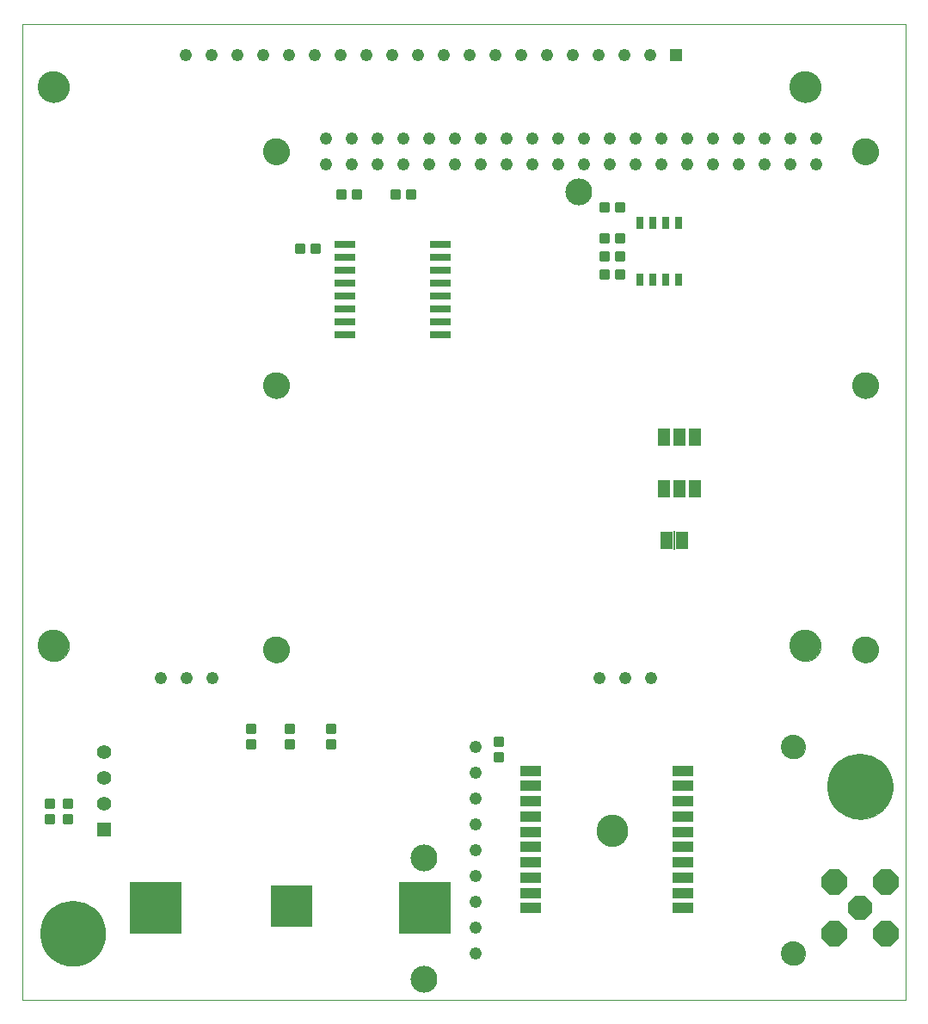
<source format=gts>
G75*
%MOIN*%
%OFA0B0*%
%FSLAX25Y25*%
%IPPOS*%
%LPD*%
%AMOC8*
5,1,8,0,0,1.08239X$1,22.5*
%
%ADD10C,0.00000*%
%ADD11C,0.25400*%
%ADD12C,0.00975*%
%ADD13C,0.04762*%
%ADD14C,0.09400*%
%ADD15C,0.10243*%
%ADD16R,0.05000X0.06700*%
%ADD17R,0.00600X0.07200*%
%ADD18C,0.10400*%
%ADD19R,0.20400X0.20400*%
%ADD20R,0.16000X0.16000*%
%ADD21R,0.04762X0.04762*%
%ADD22C,0.12211*%
%ADD23C,0.00071*%
%ADD24R,0.08274X0.04337*%
%ADD25OC8,0.09849*%
%ADD26OC8,0.09258*%
%ADD27R,0.08200X0.02500*%
%ADD28R,0.05550X0.05550*%
%ADD29C,0.05550*%
D10*
X0017623Y0020253D02*
X0017623Y0398206D01*
X0360143Y0398206D01*
X0360143Y0020253D01*
X0017623Y0020253D01*
X0024808Y0045843D02*
X0024812Y0046150D01*
X0024823Y0046456D01*
X0024842Y0046763D01*
X0024868Y0047068D01*
X0024902Y0047373D01*
X0024943Y0047677D01*
X0024992Y0047980D01*
X0025048Y0048282D01*
X0025112Y0048582D01*
X0025183Y0048880D01*
X0025261Y0049177D01*
X0025346Y0049472D01*
X0025439Y0049764D01*
X0025539Y0050054D01*
X0025646Y0050342D01*
X0025760Y0050627D01*
X0025880Y0050909D01*
X0026008Y0051187D01*
X0026143Y0051463D01*
X0026284Y0051735D01*
X0026432Y0052004D01*
X0026586Y0052269D01*
X0026747Y0052530D01*
X0026915Y0052788D01*
X0027088Y0053041D01*
X0027268Y0053289D01*
X0027454Y0053533D01*
X0027645Y0053773D01*
X0027843Y0054008D01*
X0028046Y0054237D01*
X0028255Y0054462D01*
X0028469Y0054682D01*
X0028689Y0054896D01*
X0028914Y0055105D01*
X0029143Y0055308D01*
X0029378Y0055506D01*
X0029618Y0055697D01*
X0029862Y0055883D01*
X0030110Y0056063D01*
X0030363Y0056236D01*
X0030621Y0056404D01*
X0030882Y0056565D01*
X0031147Y0056719D01*
X0031416Y0056867D01*
X0031688Y0057008D01*
X0031964Y0057143D01*
X0032242Y0057271D01*
X0032524Y0057391D01*
X0032809Y0057505D01*
X0033097Y0057612D01*
X0033387Y0057712D01*
X0033679Y0057805D01*
X0033974Y0057890D01*
X0034271Y0057968D01*
X0034569Y0058039D01*
X0034869Y0058103D01*
X0035171Y0058159D01*
X0035474Y0058208D01*
X0035778Y0058249D01*
X0036083Y0058283D01*
X0036388Y0058309D01*
X0036695Y0058328D01*
X0037001Y0058339D01*
X0037308Y0058343D01*
X0037615Y0058339D01*
X0037921Y0058328D01*
X0038228Y0058309D01*
X0038533Y0058283D01*
X0038838Y0058249D01*
X0039142Y0058208D01*
X0039445Y0058159D01*
X0039747Y0058103D01*
X0040047Y0058039D01*
X0040345Y0057968D01*
X0040642Y0057890D01*
X0040937Y0057805D01*
X0041229Y0057712D01*
X0041519Y0057612D01*
X0041807Y0057505D01*
X0042092Y0057391D01*
X0042374Y0057271D01*
X0042652Y0057143D01*
X0042928Y0057008D01*
X0043200Y0056867D01*
X0043469Y0056719D01*
X0043734Y0056565D01*
X0043995Y0056404D01*
X0044253Y0056236D01*
X0044506Y0056063D01*
X0044754Y0055883D01*
X0044998Y0055697D01*
X0045238Y0055506D01*
X0045473Y0055308D01*
X0045702Y0055105D01*
X0045927Y0054896D01*
X0046147Y0054682D01*
X0046361Y0054462D01*
X0046570Y0054237D01*
X0046773Y0054008D01*
X0046971Y0053773D01*
X0047162Y0053533D01*
X0047348Y0053289D01*
X0047528Y0053041D01*
X0047701Y0052788D01*
X0047869Y0052530D01*
X0048030Y0052269D01*
X0048184Y0052004D01*
X0048332Y0051735D01*
X0048473Y0051463D01*
X0048608Y0051187D01*
X0048736Y0050909D01*
X0048856Y0050627D01*
X0048970Y0050342D01*
X0049077Y0050054D01*
X0049177Y0049764D01*
X0049270Y0049472D01*
X0049355Y0049177D01*
X0049433Y0048880D01*
X0049504Y0048582D01*
X0049568Y0048282D01*
X0049624Y0047980D01*
X0049673Y0047677D01*
X0049714Y0047373D01*
X0049748Y0047068D01*
X0049774Y0046763D01*
X0049793Y0046456D01*
X0049804Y0046150D01*
X0049808Y0045843D01*
X0049804Y0045536D01*
X0049793Y0045230D01*
X0049774Y0044923D01*
X0049748Y0044618D01*
X0049714Y0044313D01*
X0049673Y0044009D01*
X0049624Y0043706D01*
X0049568Y0043404D01*
X0049504Y0043104D01*
X0049433Y0042806D01*
X0049355Y0042509D01*
X0049270Y0042214D01*
X0049177Y0041922D01*
X0049077Y0041632D01*
X0048970Y0041344D01*
X0048856Y0041059D01*
X0048736Y0040777D01*
X0048608Y0040499D01*
X0048473Y0040223D01*
X0048332Y0039951D01*
X0048184Y0039682D01*
X0048030Y0039417D01*
X0047869Y0039156D01*
X0047701Y0038898D01*
X0047528Y0038645D01*
X0047348Y0038397D01*
X0047162Y0038153D01*
X0046971Y0037913D01*
X0046773Y0037678D01*
X0046570Y0037449D01*
X0046361Y0037224D01*
X0046147Y0037004D01*
X0045927Y0036790D01*
X0045702Y0036581D01*
X0045473Y0036378D01*
X0045238Y0036180D01*
X0044998Y0035989D01*
X0044754Y0035803D01*
X0044506Y0035623D01*
X0044253Y0035450D01*
X0043995Y0035282D01*
X0043734Y0035121D01*
X0043469Y0034967D01*
X0043200Y0034819D01*
X0042928Y0034678D01*
X0042652Y0034543D01*
X0042374Y0034415D01*
X0042092Y0034295D01*
X0041807Y0034181D01*
X0041519Y0034074D01*
X0041229Y0033974D01*
X0040937Y0033881D01*
X0040642Y0033796D01*
X0040345Y0033718D01*
X0040047Y0033647D01*
X0039747Y0033583D01*
X0039445Y0033527D01*
X0039142Y0033478D01*
X0038838Y0033437D01*
X0038533Y0033403D01*
X0038228Y0033377D01*
X0037921Y0033358D01*
X0037615Y0033347D01*
X0037308Y0033343D01*
X0037001Y0033347D01*
X0036695Y0033358D01*
X0036388Y0033377D01*
X0036083Y0033403D01*
X0035778Y0033437D01*
X0035474Y0033478D01*
X0035171Y0033527D01*
X0034869Y0033583D01*
X0034569Y0033647D01*
X0034271Y0033718D01*
X0033974Y0033796D01*
X0033679Y0033881D01*
X0033387Y0033974D01*
X0033097Y0034074D01*
X0032809Y0034181D01*
X0032524Y0034295D01*
X0032242Y0034415D01*
X0031964Y0034543D01*
X0031688Y0034678D01*
X0031416Y0034819D01*
X0031147Y0034967D01*
X0030882Y0035121D01*
X0030621Y0035282D01*
X0030363Y0035450D01*
X0030110Y0035623D01*
X0029862Y0035803D01*
X0029618Y0035989D01*
X0029378Y0036180D01*
X0029143Y0036378D01*
X0028914Y0036581D01*
X0028689Y0036790D01*
X0028469Y0037004D01*
X0028255Y0037224D01*
X0028046Y0037449D01*
X0027843Y0037678D01*
X0027645Y0037913D01*
X0027454Y0038153D01*
X0027268Y0038397D01*
X0027088Y0038645D01*
X0026915Y0038898D01*
X0026747Y0039156D01*
X0026586Y0039417D01*
X0026432Y0039682D01*
X0026284Y0039951D01*
X0026143Y0040223D01*
X0026008Y0040499D01*
X0025880Y0040777D01*
X0025760Y0041059D01*
X0025646Y0041344D01*
X0025539Y0041632D01*
X0025439Y0041922D01*
X0025346Y0042214D01*
X0025261Y0042509D01*
X0025183Y0042806D01*
X0025112Y0043104D01*
X0025048Y0043404D01*
X0024992Y0043706D01*
X0024943Y0044009D01*
X0024902Y0044313D01*
X0024868Y0044618D01*
X0024842Y0044923D01*
X0024823Y0045230D01*
X0024812Y0045536D01*
X0024808Y0045843D01*
X0111206Y0155843D02*
X0111208Y0155983D01*
X0111214Y0156123D01*
X0111224Y0156262D01*
X0111238Y0156401D01*
X0111256Y0156540D01*
X0111277Y0156678D01*
X0111303Y0156816D01*
X0111333Y0156953D01*
X0111366Y0157088D01*
X0111404Y0157223D01*
X0111445Y0157357D01*
X0111490Y0157490D01*
X0111538Y0157621D01*
X0111591Y0157750D01*
X0111647Y0157879D01*
X0111706Y0158005D01*
X0111770Y0158130D01*
X0111836Y0158253D01*
X0111907Y0158374D01*
X0111980Y0158493D01*
X0112057Y0158610D01*
X0112138Y0158724D01*
X0112221Y0158836D01*
X0112308Y0158946D01*
X0112398Y0159054D01*
X0112490Y0159158D01*
X0112586Y0159260D01*
X0112685Y0159360D01*
X0112786Y0159456D01*
X0112890Y0159550D01*
X0112997Y0159640D01*
X0113106Y0159727D01*
X0113218Y0159812D01*
X0113332Y0159893D01*
X0113448Y0159971D01*
X0113566Y0160045D01*
X0113687Y0160116D01*
X0113809Y0160184D01*
X0113934Y0160248D01*
X0114060Y0160309D01*
X0114187Y0160366D01*
X0114317Y0160419D01*
X0114448Y0160469D01*
X0114580Y0160514D01*
X0114713Y0160557D01*
X0114848Y0160595D01*
X0114983Y0160629D01*
X0115120Y0160660D01*
X0115257Y0160687D01*
X0115395Y0160709D01*
X0115534Y0160728D01*
X0115673Y0160743D01*
X0115812Y0160754D01*
X0115952Y0160761D01*
X0116092Y0160764D01*
X0116232Y0160763D01*
X0116372Y0160758D01*
X0116511Y0160749D01*
X0116651Y0160736D01*
X0116790Y0160719D01*
X0116928Y0160698D01*
X0117066Y0160674D01*
X0117203Y0160645D01*
X0117339Y0160613D01*
X0117474Y0160576D01*
X0117608Y0160536D01*
X0117741Y0160492D01*
X0117872Y0160444D01*
X0118002Y0160393D01*
X0118131Y0160338D01*
X0118258Y0160279D01*
X0118383Y0160216D01*
X0118506Y0160151D01*
X0118628Y0160081D01*
X0118747Y0160008D01*
X0118865Y0159932D01*
X0118980Y0159853D01*
X0119093Y0159770D01*
X0119203Y0159684D01*
X0119311Y0159595D01*
X0119416Y0159503D01*
X0119519Y0159408D01*
X0119619Y0159310D01*
X0119716Y0159210D01*
X0119810Y0159106D01*
X0119902Y0159000D01*
X0119990Y0158892D01*
X0120075Y0158781D01*
X0120157Y0158667D01*
X0120236Y0158551D01*
X0120311Y0158434D01*
X0120383Y0158314D01*
X0120451Y0158192D01*
X0120516Y0158068D01*
X0120578Y0157942D01*
X0120636Y0157815D01*
X0120690Y0157686D01*
X0120741Y0157555D01*
X0120787Y0157423D01*
X0120830Y0157290D01*
X0120870Y0157156D01*
X0120905Y0157021D01*
X0120937Y0156884D01*
X0120964Y0156747D01*
X0120988Y0156609D01*
X0121008Y0156471D01*
X0121024Y0156332D01*
X0121036Y0156192D01*
X0121044Y0156053D01*
X0121048Y0155913D01*
X0121048Y0155773D01*
X0121044Y0155633D01*
X0121036Y0155494D01*
X0121024Y0155354D01*
X0121008Y0155215D01*
X0120988Y0155077D01*
X0120964Y0154939D01*
X0120937Y0154802D01*
X0120905Y0154665D01*
X0120870Y0154530D01*
X0120830Y0154396D01*
X0120787Y0154263D01*
X0120741Y0154131D01*
X0120690Y0154000D01*
X0120636Y0153871D01*
X0120578Y0153744D01*
X0120516Y0153618D01*
X0120451Y0153494D01*
X0120383Y0153372D01*
X0120311Y0153252D01*
X0120236Y0153135D01*
X0120157Y0153019D01*
X0120075Y0152905D01*
X0119990Y0152794D01*
X0119902Y0152686D01*
X0119810Y0152580D01*
X0119716Y0152476D01*
X0119619Y0152376D01*
X0119519Y0152278D01*
X0119416Y0152183D01*
X0119311Y0152091D01*
X0119203Y0152002D01*
X0119093Y0151916D01*
X0118980Y0151833D01*
X0118865Y0151754D01*
X0118747Y0151678D01*
X0118628Y0151605D01*
X0118506Y0151535D01*
X0118383Y0151470D01*
X0118258Y0151407D01*
X0118131Y0151348D01*
X0118002Y0151293D01*
X0117872Y0151242D01*
X0117741Y0151194D01*
X0117608Y0151150D01*
X0117474Y0151110D01*
X0117339Y0151073D01*
X0117203Y0151041D01*
X0117066Y0151012D01*
X0116928Y0150988D01*
X0116790Y0150967D01*
X0116651Y0150950D01*
X0116511Y0150937D01*
X0116372Y0150928D01*
X0116232Y0150923D01*
X0116092Y0150922D01*
X0115952Y0150925D01*
X0115812Y0150932D01*
X0115673Y0150943D01*
X0115534Y0150958D01*
X0115395Y0150977D01*
X0115257Y0150999D01*
X0115120Y0151026D01*
X0114983Y0151057D01*
X0114848Y0151091D01*
X0114713Y0151129D01*
X0114580Y0151172D01*
X0114448Y0151217D01*
X0114317Y0151267D01*
X0114187Y0151320D01*
X0114060Y0151377D01*
X0113934Y0151438D01*
X0113809Y0151502D01*
X0113687Y0151570D01*
X0113566Y0151641D01*
X0113448Y0151715D01*
X0113332Y0151793D01*
X0113218Y0151874D01*
X0113106Y0151959D01*
X0112997Y0152046D01*
X0112890Y0152136D01*
X0112786Y0152230D01*
X0112685Y0152326D01*
X0112586Y0152426D01*
X0112490Y0152528D01*
X0112398Y0152632D01*
X0112308Y0152740D01*
X0112221Y0152850D01*
X0112138Y0152962D01*
X0112057Y0153076D01*
X0111980Y0153193D01*
X0111907Y0153312D01*
X0111836Y0153433D01*
X0111770Y0153556D01*
X0111706Y0153681D01*
X0111647Y0153807D01*
X0111591Y0153936D01*
X0111538Y0154065D01*
X0111490Y0154196D01*
X0111445Y0154329D01*
X0111404Y0154463D01*
X0111366Y0154598D01*
X0111333Y0154733D01*
X0111303Y0154870D01*
X0111277Y0155008D01*
X0111256Y0155146D01*
X0111238Y0155285D01*
X0111224Y0155424D01*
X0111214Y0155563D01*
X0111208Y0155703D01*
X0111206Y0155843D01*
X0023914Y0157316D02*
X0023916Y0157469D01*
X0023922Y0157623D01*
X0023932Y0157776D01*
X0023946Y0157928D01*
X0023964Y0158081D01*
X0023986Y0158232D01*
X0024011Y0158383D01*
X0024041Y0158534D01*
X0024075Y0158684D01*
X0024112Y0158832D01*
X0024153Y0158980D01*
X0024198Y0159126D01*
X0024247Y0159272D01*
X0024300Y0159416D01*
X0024356Y0159558D01*
X0024416Y0159699D01*
X0024480Y0159839D01*
X0024547Y0159977D01*
X0024618Y0160113D01*
X0024693Y0160247D01*
X0024770Y0160379D01*
X0024852Y0160509D01*
X0024936Y0160637D01*
X0025024Y0160763D01*
X0025115Y0160886D01*
X0025209Y0161007D01*
X0025307Y0161125D01*
X0025407Y0161241D01*
X0025511Y0161354D01*
X0025617Y0161465D01*
X0025726Y0161573D01*
X0025838Y0161678D01*
X0025952Y0161779D01*
X0026070Y0161878D01*
X0026189Y0161974D01*
X0026311Y0162067D01*
X0026436Y0162156D01*
X0026563Y0162243D01*
X0026692Y0162325D01*
X0026823Y0162405D01*
X0026956Y0162481D01*
X0027091Y0162554D01*
X0027228Y0162623D01*
X0027367Y0162688D01*
X0027507Y0162750D01*
X0027649Y0162808D01*
X0027792Y0162863D01*
X0027937Y0162914D01*
X0028083Y0162961D01*
X0028230Y0163004D01*
X0028378Y0163043D01*
X0028527Y0163079D01*
X0028677Y0163110D01*
X0028828Y0163138D01*
X0028979Y0163162D01*
X0029132Y0163182D01*
X0029284Y0163198D01*
X0029437Y0163210D01*
X0029590Y0163218D01*
X0029743Y0163222D01*
X0029897Y0163222D01*
X0030050Y0163218D01*
X0030203Y0163210D01*
X0030356Y0163198D01*
X0030508Y0163182D01*
X0030661Y0163162D01*
X0030812Y0163138D01*
X0030963Y0163110D01*
X0031113Y0163079D01*
X0031262Y0163043D01*
X0031410Y0163004D01*
X0031557Y0162961D01*
X0031703Y0162914D01*
X0031848Y0162863D01*
X0031991Y0162808D01*
X0032133Y0162750D01*
X0032273Y0162688D01*
X0032412Y0162623D01*
X0032549Y0162554D01*
X0032684Y0162481D01*
X0032817Y0162405D01*
X0032948Y0162325D01*
X0033077Y0162243D01*
X0033204Y0162156D01*
X0033329Y0162067D01*
X0033451Y0161974D01*
X0033570Y0161878D01*
X0033688Y0161779D01*
X0033802Y0161678D01*
X0033914Y0161573D01*
X0034023Y0161465D01*
X0034129Y0161354D01*
X0034233Y0161241D01*
X0034333Y0161125D01*
X0034431Y0161007D01*
X0034525Y0160886D01*
X0034616Y0160763D01*
X0034704Y0160637D01*
X0034788Y0160509D01*
X0034870Y0160379D01*
X0034947Y0160247D01*
X0035022Y0160113D01*
X0035093Y0159977D01*
X0035160Y0159839D01*
X0035224Y0159699D01*
X0035284Y0159558D01*
X0035340Y0159416D01*
X0035393Y0159272D01*
X0035442Y0159126D01*
X0035487Y0158980D01*
X0035528Y0158832D01*
X0035565Y0158684D01*
X0035599Y0158534D01*
X0035629Y0158383D01*
X0035654Y0158232D01*
X0035676Y0158081D01*
X0035694Y0157928D01*
X0035708Y0157776D01*
X0035718Y0157623D01*
X0035724Y0157469D01*
X0035726Y0157316D01*
X0035724Y0157163D01*
X0035718Y0157009D01*
X0035708Y0156856D01*
X0035694Y0156704D01*
X0035676Y0156551D01*
X0035654Y0156400D01*
X0035629Y0156249D01*
X0035599Y0156098D01*
X0035565Y0155948D01*
X0035528Y0155800D01*
X0035487Y0155652D01*
X0035442Y0155506D01*
X0035393Y0155360D01*
X0035340Y0155216D01*
X0035284Y0155074D01*
X0035224Y0154933D01*
X0035160Y0154793D01*
X0035093Y0154655D01*
X0035022Y0154519D01*
X0034947Y0154385D01*
X0034870Y0154253D01*
X0034788Y0154123D01*
X0034704Y0153995D01*
X0034616Y0153869D01*
X0034525Y0153746D01*
X0034431Y0153625D01*
X0034333Y0153507D01*
X0034233Y0153391D01*
X0034129Y0153278D01*
X0034023Y0153167D01*
X0033914Y0153059D01*
X0033802Y0152954D01*
X0033688Y0152853D01*
X0033570Y0152754D01*
X0033451Y0152658D01*
X0033329Y0152565D01*
X0033204Y0152476D01*
X0033077Y0152389D01*
X0032948Y0152307D01*
X0032817Y0152227D01*
X0032684Y0152151D01*
X0032549Y0152078D01*
X0032412Y0152009D01*
X0032273Y0151944D01*
X0032133Y0151882D01*
X0031991Y0151824D01*
X0031848Y0151769D01*
X0031703Y0151718D01*
X0031557Y0151671D01*
X0031410Y0151628D01*
X0031262Y0151589D01*
X0031113Y0151553D01*
X0030963Y0151522D01*
X0030812Y0151494D01*
X0030661Y0151470D01*
X0030508Y0151450D01*
X0030356Y0151434D01*
X0030203Y0151422D01*
X0030050Y0151414D01*
X0029897Y0151410D01*
X0029743Y0151410D01*
X0029590Y0151414D01*
X0029437Y0151422D01*
X0029284Y0151434D01*
X0029132Y0151450D01*
X0028979Y0151470D01*
X0028828Y0151494D01*
X0028677Y0151522D01*
X0028527Y0151553D01*
X0028378Y0151589D01*
X0028230Y0151628D01*
X0028083Y0151671D01*
X0027937Y0151718D01*
X0027792Y0151769D01*
X0027649Y0151824D01*
X0027507Y0151882D01*
X0027367Y0151944D01*
X0027228Y0152009D01*
X0027091Y0152078D01*
X0026956Y0152151D01*
X0026823Y0152227D01*
X0026692Y0152307D01*
X0026563Y0152389D01*
X0026436Y0152476D01*
X0026311Y0152565D01*
X0026189Y0152658D01*
X0026070Y0152754D01*
X0025952Y0152853D01*
X0025838Y0152954D01*
X0025726Y0153059D01*
X0025617Y0153167D01*
X0025511Y0153278D01*
X0025407Y0153391D01*
X0025307Y0153507D01*
X0025209Y0153625D01*
X0025115Y0153746D01*
X0025024Y0153869D01*
X0024936Y0153995D01*
X0024852Y0154123D01*
X0024770Y0154253D01*
X0024693Y0154385D01*
X0024618Y0154519D01*
X0024547Y0154655D01*
X0024480Y0154793D01*
X0024416Y0154933D01*
X0024356Y0155074D01*
X0024300Y0155216D01*
X0024247Y0155360D01*
X0024198Y0155506D01*
X0024153Y0155652D01*
X0024112Y0155800D01*
X0024075Y0155948D01*
X0024041Y0156098D01*
X0024011Y0156249D01*
X0023986Y0156400D01*
X0023964Y0156551D01*
X0023946Y0156704D01*
X0023932Y0156856D01*
X0023922Y0157009D01*
X0023916Y0157163D01*
X0023914Y0157316D01*
X0111206Y0258206D02*
X0111208Y0258346D01*
X0111214Y0258486D01*
X0111224Y0258625D01*
X0111238Y0258764D01*
X0111256Y0258903D01*
X0111277Y0259041D01*
X0111303Y0259179D01*
X0111333Y0259316D01*
X0111366Y0259451D01*
X0111404Y0259586D01*
X0111445Y0259720D01*
X0111490Y0259853D01*
X0111538Y0259984D01*
X0111591Y0260113D01*
X0111647Y0260242D01*
X0111706Y0260368D01*
X0111770Y0260493D01*
X0111836Y0260616D01*
X0111907Y0260737D01*
X0111980Y0260856D01*
X0112057Y0260973D01*
X0112138Y0261087D01*
X0112221Y0261199D01*
X0112308Y0261309D01*
X0112398Y0261417D01*
X0112490Y0261521D01*
X0112586Y0261623D01*
X0112685Y0261723D01*
X0112786Y0261819D01*
X0112890Y0261913D01*
X0112997Y0262003D01*
X0113106Y0262090D01*
X0113218Y0262175D01*
X0113332Y0262256D01*
X0113448Y0262334D01*
X0113566Y0262408D01*
X0113687Y0262479D01*
X0113809Y0262547D01*
X0113934Y0262611D01*
X0114060Y0262672D01*
X0114187Y0262729D01*
X0114317Y0262782D01*
X0114448Y0262832D01*
X0114580Y0262877D01*
X0114713Y0262920D01*
X0114848Y0262958D01*
X0114983Y0262992D01*
X0115120Y0263023D01*
X0115257Y0263050D01*
X0115395Y0263072D01*
X0115534Y0263091D01*
X0115673Y0263106D01*
X0115812Y0263117D01*
X0115952Y0263124D01*
X0116092Y0263127D01*
X0116232Y0263126D01*
X0116372Y0263121D01*
X0116511Y0263112D01*
X0116651Y0263099D01*
X0116790Y0263082D01*
X0116928Y0263061D01*
X0117066Y0263037D01*
X0117203Y0263008D01*
X0117339Y0262976D01*
X0117474Y0262939D01*
X0117608Y0262899D01*
X0117741Y0262855D01*
X0117872Y0262807D01*
X0118002Y0262756D01*
X0118131Y0262701D01*
X0118258Y0262642D01*
X0118383Y0262579D01*
X0118506Y0262514D01*
X0118628Y0262444D01*
X0118747Y0262371D01*
X0118865Y0262295D01*
X0118980Y0262216D01*
X0119093Y0262133D01*
X0119203Y0262047D01*
X0119311Y0261958D01*
X0119416Y0261866D01*
X0119519Y0261771D01*
X0119619Y0261673D01*
X0119716Y0261573D01*
X0119810Y0261469D01*
X0119902Y0261363D01*
X0119990Y0261255D01*
X0120075Y0261144D01*
X0120157Y0261030D01*
X0120236Y0260914D01*
X0120311Y0260797D01*
X0120383Y0260677D01*
X0120451Y0260555D01*
X0120516Y0260431D01*
X0120578Y0260305D01*
X0120636Y0260178D01*
X0120690Y0260049D01*
X0120741Y0259918D01*
X0120787Y0259786D01*
X0120830Y0259653D01*
X0120870Y0259519D01*
X0120905Y0259384D01*
X0120937Y0259247D01*
X0120964Y0259110D01*
X0120988Y0258972D01*
X0121008Y0258834D01*
X0121024Y0258695D01*
X0121036Y0258555D01*
X0121044Y0258416D01*
X0121048Y0258276D01*
X0121048Y0258136D01*
X0121044Y0257996D01*
X0121036Y0257857D01*
X0121024Y0257717D01*
X0121008Y0257578D01*
X0120988Y0257440D01*
X0120964Y0257302D01*
X0120937Y0257165D01*
X0120905Y0257028D01*
X0120870Y0256893D01*
X0120830Y0256759D01*
X0120787Y0256626D01*
X0120741Y0256494D01*
X0120690Y0256363D01*
X0120636Y0256234D01*
X0120578Y0256107D01*
X0120516Y0255981D01*
X0120451Y0255857D01*
X0120383Y0255735D01*
X0120311Y0255615D01*
X0120236Y0255498D01*
X0120157Y0255382D01*
X0120075Y0255268D01*
X0119990Y0255157D01*
X0119902Y0255049D01*
X0119810Y0254943D01*
X0119716Y0254839D01*
X0119619Y0254739D01*
X0119519Y0254641D01*
X0119416Y0254546D01*
X0119311Y0254454D01*
X0119203Y0254365D01*
X0119093Y0254279D01*
X0118980Y0254196D01*
X0118865Y0254117D01*
X0118747Y0254041D01*
X0118628Y0253968D01*
X0118506Y0253898D01*
X0118383Y0253833D01*
X0118258Y0253770D01*
X0118131Y0253711D01*
X0118002Y0253656D01*
X0117872Y0253605D01*
X0117741Y0253557D01*
X0117608Y0253513D01*
X0117474Y0253473D01*
X0117339Y0253436D01*
X0117203Y0253404D01*
X0117066Y0253375D01*
X0116928Y0253351D01*
X0116790Y0253330D01*
X0116651Y0253313D01*
X0116511Y0253300D01*
X0116372Y0253291D01*
X0116232Y0253286D01*
X0116092Y0253285D01*
X0115952Y0253288D01*
X0115812Y0253295D01*
X0115673Y0253306D01*
X0115534Y0253321D01*
X0115395Y0253340D01*
X0115257Y0253362D01*
X0115120Y0253389D01*
X0114983Y0253420D01*
X0114848Y0253454D01*
X0114713Y0253492D01*
X0114580Y0253535D01*
X0114448Y0253580D01*
X0114317Y0253630D01*
X0114187Y0253683D01*
X0114060Y0253740D01*
X0113934Y0253801D01*
X0113809Y0253865D01*
X0113687Y0253933D01*
X0113566Y0254004D01*
X0113448Y0254078D01*
X0113332Y0254156D01*
X0113218Y0254237D01*
X0113106Y0254322D01*
X0112997Y0254409D01*
X0112890Y0254499D01*
X0112786Y0254593D01*
X0112685Y0254689D01*
X0112586Y0254789D01*
X0112490Y0254891D01*
X0112398Y0254995D01*
X0112308Y0255103D01*
X0112221Y0255213D01*
X0112138Y0255325D01*
X0112057Y0255439D01*
X0111980Y0255556D01*
X0111907Y0255675D01*
X0111836Y0255796D01*
X0111770Y0255919D01*
X0111706Y0256044D01*
X0111647Y0256170D01*
X0111591Y0256299D01*
X0111538Y0256428D01*
X0111490Y0256559D01*
X0111445Y0256692D01*
X0111404Y0256826D01*
X0111366Y0256961D01*
X0111333Y0257096D01*
X0111303Y0257233D01*
X0111277Y0257371D01*
X0111256Y0257509D01*
X0111238Y0257648D01*
X0111224Y0257787D01*
X0111214Y0257926D01*
X0111208Y0258066D01*
X0111206Y0258206D01*
X0111206Y0348757D02*
X0111208Y0348897D01*
X0111214Y0349037D01*
X0111224Y0349176D01*
X0111238Y0349315D01*
X0111256Y0349454D01*
X0111277Y0349592D01*
X0111303Y0349730D01*
X0111333Y0349867D01*
X0111366Y0350002D01*
X0111404Y0350137D01*
X0111445Y0350271D01*
X0111490Y0350404D01*
X0111538Y0350535D01*
X0111591Y0350664D01*
X0111647Y0350793D01*
X0111706Y0350919D01*
X0111770Y0351044D01*
X0111836Y0351167D01*
X0111907Y0351288D01*
X0111980Y0351407D01*
X0112057Y0351524D01*
X0112138Y0351638D01*
X0112221Y0351750D01*
X0112308Y0351860D01*
X0112398Y0351968D01*
X0112490Y0352072D01*
X0112586Y0352174D01*
X0112685Y0352274D01*
X0112786Y0352370D01*
X0112890Y0352464D01*
X0112997Y0352554D01*
X0113106Y0352641D01*
X0113218Y0352726D01*
X0113332Y0352807D01*
X0113448Y0352885D01*
X0113566Y0352959D01*
X0113687Y0353030D01*
X0113809Y0353098D01*
X0113934Y0353162D01*
X0114060Y0353223D01*
X0114187Y0353280D01*
X0114317Y0353333D01*
X0114448Y0353383D01*
X0114580Y0353428D01*
X0114713Y0353471D01*
X0114848Y0353509D01*
X0114983Y0353543D01*
X0115120Y0353574D01*
X0115257Y0353601D01*
X0115395Y0353623D01*
X0115534Y0353642D01*
X0115673Y0353657D01*
X0115812Y0353668D01*
X0115952Y0353675D01*
X0116092Y0353678D01*
X0116232Y0353677D01*
X0116372Y0353672D01*
X0116511Y0353663D01*
X0116651Y0353650D01*
X0116790Y0353633D01*
X0116928Y0353612D01*
X0117066Y0353588D01*
X0117203Y0353559D01*
X0117339Y0353527D01*
X0117474Y0353490D01*
X0117608Y0353450D01*
X0117741Y0353406D01*
X0117872Y0353358D01*
X0118002Y0353307D01*
X0118131Y0353252D01*
X0118258Y0353193D01*
X0118383Y0353130D01*
X0118506Y0353065D01*
X0118628Y0352995D01*
X0118747Y0352922D01*
X0118865Y0352846D01*
X0118980Y0352767D01*
X0119093Y0352684D01*
X0119203Y0352598D01*
X0119311Y0352509D01*
X0119416Y0352417D01*
X0119519Y0352322D01*
X0119619Y0352224D01*
X0119716Y0352124D01*
X0119810Y0352020D01*
X0119902Y0351914D01*
X0119990Y0351806D01*
X0120075Y0351695D01*
X0120157Y0351581D01*
X0120236Y0351465D01*
X0120311Y0351348D01*
X0120383Y0351228D01*
X0120451Y0351106D01*
X0120516Y0350982D01*
X0120578Y0350856D01*
X0120636Y0350729D01*
X0120690Y0350600D01*
X0120741Y0350469D01*
X0120787Y0350337D01*
X0120830Y0350204D01*
X0120870Y0350070D01*
X0120905Y0349935D01*
X0120937Y0349798D01*
X0120964Y0349661D01*
X0120988Y0349523D01*
X0121008Y0349385D01*
X0121024Y0349246D01*
X0121036Y0349106D01*
X0121044Y0348967D01*
X0121048Y0348827D01*
X0121048Y0348687D01*
X0121044Y0348547D01*
X0121036Y0348408D01*
X0121024Y0348268D01*
X0121008Y0348129D01*
X0120988Y0347991D01*
X0120964Y0347853D01*
X0120937Y0347716D01*
X0120905Y0347579D01*
X0120870Y0347444D01*
X0120830Y0347310D01*
X0120787Y0347177D01*
X0120741Y0347045D01*
X0120690Y0346914D01*
X0120636Y0346785D01*
X0120578Y0346658D01*
X0120516Y0346532D01*
X0120451Y0346408D01*
X0120383Y0346286D01*
X0120311Y0346166D01*
X0120236Y0346049D01*
X0120157Y0345933D01*
X0120075Y0345819D01*
X0119990Y0345708D01*
X0119902Y0345600D01*
X0119810Y0345494D01*
X0119716Y0345390D01*
X0119619Y0345290D01*
X0119519Y0345192D01*
X0119416Y0345097D01*
X0119311Y0345005D01*
X0119203Y0344916D01*
X0119093Y0344830D01*
X0118980Y0344747D01*
X0118865Y0344668D01*
X0118747Y0344592D01*
X0118628Y0344519D01*
X0118506Y0344449D01*
X0118383Y0344384D01*
X0118258Y0344321D01*
X0118131Y0344262D01*
X0118002Y0344207D01*
X0117872Y0344156D01*
X0117741Y0344108D01*
X0117608Y0344064D01*
X0117474Y0344024D01*
X0117339Y0343987D01*
X0117203Y0343955D01*
X0117066Y0343926D01*
X0116928Y0343902D01*
X0116790Y0343881D01*
X0116651Y0343864D01*
X0116511Y0343851D01*
X0116372Y0343842D01*
X0116232Y0343837D01*
X0116092Y0343836D01*
X0115952Y0343839D01*
X0115812Y0343846D01*
X0115673Y0343857D01*
X0115534Y0343872D01*
X0115395Y0343891D01*
X0115257Y0343913D01*
X0115120Y0343940D01*
X0114983Y0343971D01*
X0114848Y0344005D01*
X0114713Y0344043D01*
X0114580Y0344086D01*
X0114448Y0344131D01*
X0114317Y0344181D01*
X0114187Y0344234D01*
X0114060Y0344291D01*
X0113934Y0344352D01*
X0113809Y0344416D01*
X0113687Y0344484D01*
X0113566Y0344555D01*
X0113448Y0344629D01*
X0113332Y0344707D01*
X0113218Y0344788D01*
X0113106Y0344873D01*
X0112997Y0344960D01*
X0112890Y0345050D01*
X0112786Y0345144D01*
X0112685Y0345240D01*
X0112586Y0345340D01*
X0112490Y0345442D01*
X0112398Y0345546D01*
X0112308Y0345654D01*
X0112221Y0345764D01*
X0112138Y0345876D01*
X0112057Y0345990D01*
X0111980Y0346107D01*
X0111907Y0346226D01*
X0111836Y0346347D01*
X0111770Y0346470D01*
X0111706Y0346595D01*
X0111647Y0346721D01*
X0111591Y0346850D01*
X0111538Y0346979D01*
X0111490Y0347110D01*
X0111445Y0347243D01*
X0111404Y0347377D01*
X0111366Y0347512D01*
X0111333Y0347647D01*
X0111303Y0347784D01*
X0111277Y0347922D01*
X0111256Y0348060D01*
X0111238Y0348199D01*
X0111224Y0348338D01*
X0111214Y0348477D01*
X0111208Y0348617D01*
X0111206Y0348757D01*
X0023914Y0373851D02*
X0023916Y0374004D01*
X0023922Y0374158D01*
X0023932Y0374311D01*
X0023946Y0374463D01*
X0023964Y0374616D01*
X0023986Y0374767D01*
X0024011Y0374918D01*
X0024041Y0375069D01*
X0024075Y0375219D01*
X0024112Y0375367D01*
X0024153Y0375515D01*
X0024198Y0375661D01*
X0024247Y0375807D01*
X0024300Y0375951D01*
X0024356Y0376093D01*
X0024416Y0376234D01*
X0024480Y0376374D01*
X0024547Y0376512D01*
X0024618Y0376648D01*
X0024693Y0376782D01*
X0024770Y0376914D01*
X0024852Y0377044D01*
X0024936Y0377172D01*
X0025024Y0377298D01*
X0025115Y0377421D01*
X0025209Y0377542D01*
X0025307Y0377660D01*
X0025407Y0377776D01*
X0025511Y0377889D01*
X0025617Y0378000D01*
X0025726Y0378108D01*
X0025838Y0378213D01*
X0025952Y0378314D01*
X0026070Y0378413D01*
X0026189Y0378509D01*
X0026311Y0378602D01*
X0026436Y0378691D01*
X0026563Y0378778D01*
X0026692Y0378860D01*
X0026823Y0378940D01*
X0026956Y0379016D01*
X0027091Y0379089D01*
X0027228Y0379158D01*
X0027367Y0379223D01*
X0027507Y0379285D01*
X0027649Y0379343D01*
X0027792Y0379398D01*
X0027937Y0379449D01*
X0028083Y0379496D01*
X0028230Y0379539D01*
X0028378Y0379578D01*
X0028527Y0379614D01*
X0028677Y0379645D01*
X0028828Y0379673D01*
X0028979Y0379697D01*
X0029132Y0379717D01*
X0029284Y0379733D01*
X0029437Y0379745D01*
X0029590Y0379753D01*
X0029743Y0379757D01*
X0029897Y0379757D01*
X0030050Y0379753D01*
X0030203Y0379745D01*
X0030356Y0379733D01*
X0030508Y0379717D01*
X0030661Y0379697D01*
X0030812Y0379673D01*
X0030963Y0379645D01*
X0031113Y0379614D01*
X0031262Y0379578D01*
X0031410Y0379539D01*
X0031557Y0379496D01*
X0031703Y0379449D01*
X0031848Y0379398D01*
X0031991Y0379343D01*
X0032133Y0379285D01*
X0032273Y0379223D01*
X0032412Y0379158D01*
X0032549Y0379089D01*
X0032684Y0379016D01*
X0032817Y0378940D01*
X0032948Y0378860D01*
X0033077Y0378778D01*
X0033204Y0378691D01*
X0033329Y0378602D01*
X0033451Y0378509D01*
X0033570Y0378413D01*
X0033688Y0378314D01*
X0033802Y0378213D01*
X0033914Y0378108D01*
X0034023Y0378000D01*
X0034129Y0377889D01*
X0034233Y0377776D01*
X0034333Y0377660D01*
X0034431Y0377542D01*
X0034525Y0377421D01*
X0034616Y0377298D01*
X0034704Y0377172D01*
X0034788Y0377044D01*
X0034870Y0376914D01*
X0034947Y0376782D01*
X0035022Y0376648D01*
X0035093Y0376512D01*
X0035160Y0376374D01*
X0035224Y0376234D01*
X0035284Y0376093D01*
X0035340Y0375951D01*
X0035393Y0375807D01*
X0035442Y0375661D01*
X0035487Y0375515D01*
X0035528Y0375367D01*
X0035565Y0375219D01*
X0035599Y0375069D01*
X0035629Y0374918D01*
X0035654Y0374767D01*
X0035676Y0374616D01*
X0035694Y0374463D01*
X0035708Y0374311D01*
X0035718Y0374158D01*
X0035724Y0374004D01*
X0035726Y0373851D01*
X0035724Y0373698D01*
X0035718Y0373544D01*
X0035708Y0373391D01*
X0035694Y0373239D01*
X0035676Y0373086D01*
X0035654Y0372935D01*
X0035629Y0372784D01*
X0035599Y0372633D01*
X0035565Y0372483D01*
X0035528Y0372335D01*
X0035487Y0372187D01*
X0035442Y0372041D01*
X0035393Y0371895D01*
X0035340Y0371751D01*
X0035284Y0371609D01*
X0035224Y0371468D01*
X0035160Y0371328D01*
X0035093Y0371190D01*
X0035022Y0371054D01*
X0034947Y0370920D01*
X0034870Y0370788D01*
X0034788Y0370658D01*
X0034704Y0370530D01*
X0034616Y0370404D01*
X0034525Y0370281D01*
X0034431Y0370160D01*
X0034333Y0370042D01*
X0034233Y0369926D01*
X0034129Y0369813D01*
X0034023Y0369702D01*
X0033914Y0369594D01*
X0033802Y0369489D01*
X0033688Y0369388D01*
X0033570Y0369289D01*
X0033451Y0369193D01*
X0033329Y0369100D01*
X0033204Y0369011D01*
X0033077Y0368924D01*
X0032948Y0368842D01*
X0032817Y0368762D01*
X0032684Y0368686D01*
X0032549Y0368613D01*
X0032412Y0368544D01*
X0032273Y0368479D01*
X0032133Y0368417D01*
X0031991Y0368359D01*
X0031848Y0368304D01*
X0031703Y0368253D01*
X0031557Y0368206D01*
X0031410Y0368163D01*
X0031262Y0368124D01*
X0031113Y0368088D01*
X0030963Y0368057D01*
X0030812Y0368029D01*
X0030661Y0368005D01*
X0030508Y0367985D01*
X0030356Y0367969D01*
X0030203Y0367957D01*
X0030050Y0367949D01*
X0029897Y0367945D01*
X0029743Y0367945D01*
X0029590Y0367949D01*
X0029437Y0367957D01*
X0029284Y0367969D01*
X0029132Y0367985D01*
X0028979Y0368005D01*
X0028828Y0368029D01*
X0028677Y0368057D01*
X0028527Y0368088D01*
X0028378Y0368124D01*
X0028230Y0368163D01*
X0028083Y0368206D01*
X0027937Y0368253D01*
X0027792Y0368304D01*
X0027649Y0368359D01*
X0027507Y0368417D01*
X0027367Y0368479D01*
X0027228Y0368544D01*
X0027091Y0368613D01*
X0026956Y0368686D01*
X0026823Y0368762D01*
X0026692Y0368842D01*
X0026563Y0368924D01*
X0026436Y0369011D01*
X0026311Y0369100D01*
X0026189Y0369193D01*
X0026070Y0369289D01*
X0025952Y0369388D01*
X0025838Y0369489D01*
X0025726Y0369594D01*
X0025617Y0369702D01*
X0025511Y0369813D01*
X0025407Y0369926D01*
X0025307Y0370042D01*
X0025209Y0370160D01*
X0025115Y0370281D01*
X0025024Y0370404D01*
X0024936Y0370530D01*
X0024852Y0370658D01*
X0024770Y0370788D01*
X0024693Y0370920D01*
X0024618Y0371054D01*
X0024547Y0371190D01*
X0024480Y0371328D01*
X0024416Y0371468D01*
X0024356Y0371609D01*
X0024300Y0371751D01*
X0024247Y0371895D01*
X0024198Y0372041D01*
X0024153Y0372187D01*
X0024112Y0372335D01*
X0024075Y0372483D01*
X0024041Y0372633D01*
X0024011Y0372784D01*
X0023986Y0372935D01*
X0023964Y0373086D01*
X0023946Y0373239D01*
X0023932Y0373391D01*
X0023922Y0373544D01*
X0023916Y0373698D01*
X0023914Y0373851D01*
X0240363Y0085646D02*
X0240365Y0085799D01*
X0240371Y0085953D01*
X0240381Y0086106D01*
X0240395Y0086258D01*
X0240413Y0086411D01*
X0240435Y0086562D01*
X0240460Y0086713D01*
X0240490Y0086864D01*
X0240524Y0087014D01*
X0240561Y0087162D01*
X0240602Y0087310D01*
X0240647Y0087456D01*
X0240696Y0087602D01*
X0240749Y0087746D01*
X0240805Y0087888D01*
X0240865Y0088029D01*
X0240929Y0088169D01*
X0240996Y0088307D01*
X0241067Y0088443D01*
X0241142Y0088577D01*
X0241219Y0088709D01*
X0241301Y0088839D01*
X0241385Y0088967D01*
X0241473Y0089093D01*
X0241564Y0089216D01*
X0241658Y0089337D01*
X0241756Y0089455D01*
X0241856Y0089571D01*
X0241960Y0089684D01*
X0242066Y0089795D01*
X0242175Y0089903D01*
X0242287Y0090008D01*
X0242401Y0090109D01*
X0242519Y0090208D01*
X0242638Y0090304D01*
X0242760Y0090397D01*
X0242885Y0090486D01*
X0243012Y0090573D01*
X0243141Y0090655D01*
X0243272Y0090735D01*
X0243405Y0090811D01*
X0243540Y0090884D01*
X0243677Y0090953D01*
X0243816Y0091018D01*
X0243956Y0091080D01*
X0244098Y0091138D01*
X0244241Y0091193D01*
X0244386Y0091244D01*
X0244532Y0091291D01*
X0244679Y0091334D01*
X0244827Y0091373D01*
X0244976Y0091409D01*
X0245126Y0091440D01*
X0245277Y0091468D01*
X0245428Y0091492D01*
X0245581Y0091512D01*
X0245733Y0091528D01*
X0245886Y0091540D01*
X0246039Y0091548D01*
X0246192Y0091552D01*
X0246346Y0091552D01*
X0246499Y0091548D01*
X0246652Y0091540D01*
X0246805Y0091528D01*
X0246957Y0091512D01*
X0247110Y0091492D01*
X0247261Y0091468D01*
X0247412Y0091440D01*
X0247562Y0091409D01*
X0247711Y0091373D01*
X0247859Y0091334D01*
X0248006Y0091291D01*
X0248152Y0091244D01*
X0248297Y0091193D01*
X0248440Y0091138D01*
X0248582Y0091080D01*
X0248722Y0091018D01*
X0248861Y0090953D01*
X0248998Y0090884D01*
X0249133Y0090811D01*
X0249266Y0090735D01*
X0249397Y0090655D01*
X0249526Y0090573D01*
X0249653Y0090486D01*
X0249778Y0090397D01*
X0249900Y0090304D01*
X0250019Y0090208D01*
X0250137Y0090109D01*
X0250251Y0090008D01*
X0250363Y0089903D01*
X0250472Y0089795D01*
X0250578Y0089684D01*
X0250682Y0089571D01*
X0250782Y0089455D01*
X0250880Y0089337D01*
X0250974Y0089216D01*
X0251065Y0089093D01*
X0251153Y0088967D01*
X0251237Y0088839D01*
X0251319Y0088709D01*
X0251396Y0088577D01*
X0251471Y0088443D01*
X0251542Y0088307D01*
X0251609Y0088169D01*
X0251673Y0088029D01*
X0251733Y0087888D01*
X0251789Y0087746D01*
X0251842Y0087602D01*
X0251891Y0087456D01*
X0251936Y0087310D01*
X0251977Y0087162D01*
X0252014Y0087014D01*
X0252048Y0086864D01*
X0252078Y0086713D01*
X0252103Y0086562D01*
X0252125Y0086411D01*
X0252143Y0086258D01*
X0252157Y0086106D01*
X0252167Y0085953D01*
X0252173Y0085799D01*
X0252175Y0085646D01*
X0252173Y0085493D01*
X0252167Y0085339D01*
X0252157Y0085186D01*
X0252143Y0085034D01*
X0252125Y0084881D01*
X0252103Y0084730D01*
X0252078Y0084579D01*
X0252048Y0084428D01*
X0252014Y0084278D01*
X0251977Y0084130D01*
X0251936Y0083982D01*
X0251891Y0083836D01*
X0251842Y0083690D01*
X0251789Y0083546D01*
X0251733Y0083404D01*
X0251673Y0083263D01*
X0251609Y0083123D01*
X0251542Y0082985D01*
X0251471Y0082849D01*
X0251396Y0082715D01*
X0251319Y0082583D01*
X0251237Y0082453D01*
X0251153Y0082325D01*
X0251065Y0082199D01*
X0250974Y0082076D01*
X0250880Y0081955D01*
X0250782Y0081837D01*
X0250682Y0081721D01*
X0250578Y0081608D01*
X0250472Y0081497D01*
X0250363Y0081389D01*
X0250251Y0081284D01*
X0250137Y0081183D01*
X0250019Y0081084D01*
X0249900Y0080988D01*
X0249778Y0080895D01*
X0249653Y0080806D01*
X0249526Y0080719D01*
X0249397Y0080637D01*
X0249266Y0080557D01*
X0249133Y0080481D01*
X0248998Y0080408D01*
X0248861Y0080339D01*
X0248722Y0080274D01*
X0248582Y0080212D01*
X0248440Y0080154D01*
X0248297Y0080099D01*
X0248152Y0080048D01*
X0248006Y0080001D01*
X0247859Y0079958D01*
X0247711Y0079919D01*
X0247562Y0079883D01*
X0247412Y0079852D01*
X0247261Y0079824D01*
X0247110Y0079800D01*
X0246957Y0079780D01*
X0246805Y0079764D01*
X0246652Y0079752D01*
X0246499Y0079744D01*
X0246346Y0079740D01*
X0246192Y0079740D01*
X0246039Y0079744D01*
X0245886Y0079752D01*
X0245733Y0079764D01*
X0245581Y0079780D01*
X0245428Y0079800D01*
X0245277Y0079824D01*
X0245126Y0079852D01*
X0244976Y0079883D01*
X0244827Y0079919D01*
X0244679Y0079958D01*
X0244532Y0080001D01*
X0244386Y0080048D01*
X0244241Y0080099D01*
X0244098Y0080154D01*
X0243956Y0080212D01*
X0243816Y0080274D01*
X0243677Y0080339D01*
X0243540Y0080408D01*
X0243405Y0080481D01*
X0243272Y0080557D01*
X0243141Y0080637D01*
X0243012Y0080719D01*
X0242885Y0080806D01*
X0242760Y0080895D01*
X0242638Y0080988D01*
X0242519Y0081084D01*
X0242401Y0081183D01*
X0242287Y0081284D01*
X0242175Y0081389D01*
X0242066Y0081497D01*
X0241960Y0081608D01*
X0241856Y0081721D01*
X0241756Y0081837D01*
X0241658Y0081955D01*
X0241564Y0082076D01*
X0241473Y0082199D01*
X0241385Y0082325D01*
X0241301Y0082453D01*
X0241219Y0082583D01*
X0241142Y0082715D01*
X0241067Y0082849D01*
X0240996Y0082985D01*
X0240929Y0083123D01*
X0240865Y0083263D01*
X0240805Y0083404D01*
X0240749Y0083546D01*
X0240696Y0083690D01*
X0240647Y0083836D01*
X0240602Y0083982D01*
X0240561Y0084130D01*
X0240524Y0084278D01*
X0240490Y0084428D01*
X0240460Y0084579D01*
X0240435Y0084730D01*
X0240413Y0084881D01*
X0240395Y0085034D01*
X0240381Y0085186D01*
X0240371Y0085339D01*
X0240365Y0085493D01*
X0240363Y0085646D01*
X0312052Y0118166D02*
X0312054Y0118300D01*
X0312060Y0118434D01*
X0312070Y0118567D01*
X0312084Y0118701D01*
X0312102Y0118834D01*
X0312124Y0118966D01*
X0312149Y0119097D01*
X0312179Y0119228D01*
X0312213Y0119358D01*
X0312250Y0119486D01*
X0312291Y0119614D01*
X0312336Y0119740D01*
X0312385Y0119865D01*
X0312437Y0119988D01*
X0312493Y0120110D01*
X0312553Y0120230D01*
X0312616Y0120348D01*
X0312683Y0120464D01*
X0312753Y0120578D01*
X0312827Y0120690D01*
X0312904Y0120800D01*
X0312984Y0120908D01*
X0313067Y0121013D01*
X0313153Y0121115D01*
X0313242Y0121215D01*
X0313335Y0121312D01*
X0313430Y0121407D01*
X0313528Y0121498D01*
X0313628Y0121587D01*
X0313731Y0121672D01*
X0313837Y0121755D01*
X0313945Y0121834D01*
X0314055Y0121910D01*
X0314168Y0121983D01*
X0314283Y0122052D01*
X0314399Y0122118D01*
X0314518Y0122180D01*
X0314638Y0122239D01*
X0314761Y0122294D01*
X0314884Y0122346D01*
X0315009Y0122393D01*
X0315136Y0122437D01*
X0315264Y0122478D01*
X0315393Y0122514D01*
X0315523Y0122547D01*
X0315654Y0122575D01*
X0315785Y0122600D01*
X0315918Y0122621D01*
X0316051Y0122638D01*
X0316184Y0122651D01*
X0316318Y0122660D01*
X0316452Y0122665D01*
X0316586Y0122666D01*
X0316719Y0122663D01*
X0316853Y0122656D01*
X0316987Y0122645D01*
X0317120Y0122630D01*
X0317253Y0122611D01*
X0317385Y0122588D01*
X0317516Y0122562D01*
X0317646Y0122531D01*
X0317776Y0122496D01*
X0317904Y0122458D01*
X0318031Y0122416D01*
X0318157Y0122370D01*
X0318282Y0122320D01*
X0318405Y0122267D01*
X0318526Y0122210D01*
X0318646Y0122149D01*
X0318763Y0122085D01*
X0318879Y0122018D01*
X0318993Y0121947D01*
X0319104Y0121872D01*
X0319213Y0121795D01*
X0319320Y0121714D01*
X0319425Y0121630D01*
X0319526Y0121543D01*
X0319626Y0121453D01*
X0319722Y0121360D01*
X0319816Y0121264D01*
X0319907Y0121165D01*
X0319994Y0121064D01*
X0320079Y0120960D01*
X0320161Y0120854D01*
X0320239Y0120746D01*
X0320314Y0120635D01*
X0320386Y0120522D01*
X0320455Y0120406D01*
X0320520Y0120289D01*
X0320581Y0120170D01*
X0320639Y0120049D01*
X0320693Y0119927D01*
X0320744Y0119803D01*
X0320791Y0119677D01*
X0320834Y0119550D01*
X0320873Y0119422D01*
X0320909Y0119293D01*
X0320940Y0119163D01*
X0320968Y0119032D01*
X0320992Y0118900D01*
X0321012Y0118767D01*
X0321028Y0118634D01*
X0321040Y0118501D01*
X0321048Y0118367D01*
X0321052Y0118233D01*
X0321052Y0118099D01*
X0321048Y0117965D01*
X0321040Y0117831D01*
X0321028Y0117698D01*
X0321012Y0117565D01*
X0320992Y0117432D01*
X0320968Y0117300D01*
X0320940Y0117169D01*
X0320909Y0117039D01*
X0320873Y0116910D01*
X0320834Y0116782D01*
X0320791Y0116655D01*
X0320744Y0116529D01*
X0320693Y0116405D01*
X0320639Y0116283D01*
X0320581Y0116162D01*
X0320520Y0116043D01*
X0320455Y0115926D01*
X0320386Y0115810D01*
X0320314Y0115697D01*
X0320239Y0115586D01*
X0320161Y0115478D01*
X0320079Y0115372D01*
X0319994Y0115268D01*
X0319907Y0115167D01*
X0319816Y0115068D01*
X0319722Y0114972D01*
X0319626Y0114879D01*
X0319526Y0114789D01*
X0319425Y0114702D01*
X0319320Y0114618D01*
X0319213Y0114537D01*
X0319104Y0114460D01*
X0318993Y0114385D01*
X0318879Y0114314D01*
X0318763Y0114247D01*
X0318646Y0114183D01*
X0318526Y0114122D01*
X0318405Y0114065D01*
X0318282Y0114012D01*
X0318157Y0113962D01*
X0318031Y0113916D01*
X0317904Y0113874D01*
X0317776Y0113836D01*
X0317646Y0113801D01*
X0317516Y0113770D01*
X0317385Y0113744D01*
X0317253Y0113721D01*
X0317120Y0113702D01*
X0316987Y0113687D01*
X0316853Y0113676D01*
X0316719Y0113669D01*
X0316586Y0113666D01*
X0316452Y0113667D01*
X0316318Y0113672D01*
X0316184Y0113681D01*
X0316051Y0113694D01*
X0315918Y0113711D01*
X0315785Y0113732D01*
X0315654Y0113757D01*
X0315523Y0113785D01*
X0315393Y0113818D01*
X0315264Y0113854D01*
X0315136Y0113895D01*
X0315009Y0113939D01*
X0314884Y0113986D01*
X0314761Y0114038D01*
X0314638Y0114093D01*
X0314518Y0114152D01*
X0314399Y0114214D01*
X0314283Y0114280D01*
X0314168Y0114349D01*
X0314055Y0114422D01*
X0313945Y0114498D01*
X0313837Y0114577D01*
X0313731Y0114660D01*
X0313628Y0114745D01*
X0313528Y0114834D01*
X0313430Y0114925D01*
X0313335Y0115020D01*
X0313242Y0115117D01*
X0313153Y0115217D01*
X0313067Y0115319D01*
X0312984Y0115424D01*
X0312904Y0115532D01*
X0312827Y0115642D01*
X0312753Y0115754D01*
X0312683Y0115868D01*
X0312616Y0115984D01*
X0312553Y0116102D01*
X0312493Y0116222D01*
X0312437Y0116344D01*
X0312385Y0116467D01*
X0312336Y0116592D01*
X0312291Y0116718D01*
X0312250Y0116846D01*
X0312213Y0116974D01*
X0312179Y0117104D01*
X0312149Y0117235D01*
X0312124Y0117366D01*
X0312102Y0117498D01*
X0312084Y0117631D01*
X0312070Y0117765D01*
X0312060Y0117898D01*
X0312054Y0118032D01*
X0312052Y0118166D01*
X0330000Y0102749D02*
X0330004Y0103056D01*
X0330015Y0103362D01*
X0330034Y0103669D01*
X0330060Y0103974D01*
X0330094Y0104279D01*
X0330135Y0104583D01*
X0330184Y0104886D01*
X0330240Y0105188D01*
X0330304Y0105488D01*
X0330375Y0105786D01*
X0330453Y0106083D01*
X0330538Y0106378D01*
X0330631Y0106670D01*
X0330731Y0106960D01*
X0330838Y0107248D01*
X0330952Y0107533D01*
X0331072Y0107815D01*
X0331200Y0108093D01*
X0331335Y0108369D01*
X0331476Y0108641D01*
X0331624Y0108910D01*
X0331778Y0109175D01*
X0331939Y0109436D01*
X0332107Y0109694D01*
X0332280Y0109947D01*
X0332460Y0110195D01*
X0332646Y0110439D01*
X0332837Y0110679D01*
X0333035Y0110914D01*
X0333238Y0111143D01*
X0333447Y0111368D01*
X0333661Y0111588D01*
X0333881Y0111802D01*
X0334106Y0112011D01*
X0334335Y0112214D01*
X0334570Y0112412D01*
X0334810Y0112603D01*
X0335054Y0112789D01*
X0335302Y0112969D01*
X0335555Y0113142D01*
X0335813Y0113310D01*
X0336074Y0113471D01*
X0336339Y0113625D01*
X0336608Y0113773D01*
X0336880Y0113914D01*
X0337156Y0114049D01*
X0337434Y0114177D01*
X0337716Y0114297D01*
X0338001Y0114411D01*
X0338289Y0114518D01*
X0338579Y0114618D01*
X0338871Y0114711D01*
X0339166Y0114796D01*
X0339463Y0114874D01*
X0339761Y0114945D01*
X0340061Y0115009D01*
X0340363Y0115065D01*
X0340666Y0115114D01*
X0340970Y0115155D01*
X0341275Y0115189D01*
X0341580Y0115215D01*
X0341887Y0115234D01*
X0342193Y0115245D01*
X0342500Y0115249D01*
X0342807Y0115245D01*
X0343113Y0115234D01*
X0343420Y0115215D01*
X0343725Y0115189D01*
X0344030Y0115155D01*
X0344334Y0115114D01*
X0344637Y0115065D01*
X0344939Y0115009D01*
X0345239Y0114945D01*
X0345537Y0114874D01*
X0345834Y0114796D01*
X0346129Y0114711D01*
X0346421Y0114618D01*
X0346711Y0114518D01*
X0346999Y0114411D01*
X0347284Y0114297D01*
X0347566Y0114177D01*
X0347844Y0114049D01*
X0348120Y0113914D01*
X0348392Y0113773D01*
X0348661Y0113625D01*
X0348926Y0113471D01*
X0349187Y0113310D01*
X0349445Y0113142D01*
X0349698Y0112969D01*
X0349946Y0112789D01*
X0350190Y0112603D01*
X0350430Y0112412D01*
X0350665Y0112214D01*
X0350894Y0112011D01*
X0351119Y0111802D01*
X0351339Y0111588D01*
X0351553Y0111368D01*
X0351762Y0111143D01*
X0351965Y0110914D01*
X0352163Y0110679D01*
X0352354Y0110439D01*
X0352540Y0110195D01*
X0352720Y0109947D01*
X0352893Y0109694D01*
X0353061Y0109436D01*
X0353222Y0109175D01*
X0353376Y0108910D01*
X0353524Y0108641D01*
X0353665Y0108369D01*
X0353800Y0108093D01*
X0353928Y0107815D01*
X0354048Y0107533D01*
X0354162Y0107248D01*
X0354269Y0106960D01*
X0354369Y0106670D01*
X0354462Y0106378D01*
X0354547Y0106083D01*
X0354625Y0105786D01*
X0354696Y0105488D01*
X0354760Y0105188D01*
X0354816Y0104886D01*
X0354865Y0104583D01*
X0354906Y0104279D01*
X0354940Y0103974D01*
X0354966Y0103669D01*
X0354985Y0103362D01*
X0354996Y0103056D01*
X0355000Y0102749D01*
X0354996Y0102442D01*
X0354985Y0102136D01*
X0354966Y0101829D01*
X0354940Y0101524D01*
X0354906Y0101219D01*
X0354865Y0100915D01*
X0354816Y0100612D01*
X0354760Y0100310D01*
X0354696Y0100010D01*
X0354625Y0099712D01*
X0354547Y0099415D01*
X0354462Y0099120D01*
X0354369Y0098828D01*
X0354269Y0098538D01*
X0354162Y0098250D01*
X0354048Y0097965D01*
X0353928Y0097683D01*
X0353800Y0097405D01*
X0353665Y0097129D01*
X0353524Y0096857D01*
X0353376Y0096588D01*
X0353222Y0096323D01*
X0353061Y0096062D01*
X0352893Y0095804D01*
X0352720Y0095551D01*
X0352540Y0095303D01*
X0352354Y0095059D01*
X0352163Y0094819D01*
X0351965Y0094584D01*
X0351762Y0094355D01*
X0351553Y0094130D01*
X0351339Y0093910D01*
X0351119Y0093696D01*
X0350894Y0093487D01*
X0350665Y0093284D01*
X0350430Y0093086D01*
X0350190Y0092895D01*
X0349946Y0092709D01*
X0349698Y0092529D01*
X0349445Y0092356D01*
X0349187Y0092188D01*
X0348926Y0092027D01*
X0348661Y0091873D01*
X0348392Y0091725D01*
X0348120Y0091584D01*
X0347844Y0091449D01*
X0347566Y0091321D01*
X0347284Y0091201D01*
X0346999Y0091087D01*
X0346711Y0090980D01*
X0346421Y0090880D01*
X0346129Y0090787D01*
X0345834Y0090702D01*
X0345537Y0090624D01*
X0345239Y0090553D01*
X0344939Y0090489D01*
X0344637Y0090433D01*
X0344334Y0090384D01*
X0344030Y0090343D01*
X0343725Y0090309D01*
X0343420Y0090283D01*
X0343113Y0090264D01*
X0342807Y0090253D01*
X0342500Y0090249D01*
X0342193Y0090253D01*
X0341887Y0090264D01*
X0341580Y0090283D01*
X0341275Y0090309D01*
X0340970Y0090343D01*
X0340666Y0090384D01*
X0340363Y0090433D01*
X0340061Y0090489D01*
X0339761Y0090553D01*
X0339463Y0090624D01*
X0339166Y0090702D01*
X0338871Y0090787D01*
X0338579Y0090880D01*
X0338289Y0090980D01*
X0338001Y0091087D01*
X0337716Y0091201D01*
X0337434Y0091321D01*
X0337156Y0091449D01*
X0336880Y0091584D01*
X0336608Y0091725D01*
X0336339Y0091873D01*
X0336074Y0092027D01*
X0335813Y0092188D01*
X0335555Y0092356D01*
X0335302Y0092529D01*
X0335054Y0092709D01*
X0334810Y0092895D01*
X0334570Y0093086D01*
X0334335Y0093284D01*
X0334106Y0093487D01*
X0333881Y0093696D01*
X0333661Y0093910D01*
X0333447Y0094130D01*
X0333238Y0094355D01*
X0333035Y0094584D01*
X0332837Y0094819D01*
X0332646Y0095059D01*
X0332460Y0095303D01*
X0332280Y0095551D01*
X0332107Y0095804D01*
X0331939Y0096062D01*
X0331778Y0096323D01*
X0331624Y0096588D01*
X0331476Y0096857D01*
X0331335Y0097129D01*
X0331200Y0097405D01*
X0331072Y0097683D01*
X0330952Y0097965D01*
X0330838Y0098250D01*
X0330731Y0098538D01*
X0330631Y0098828D01*
X0330538Y0099120D01*
X0330453Y0099415D01*
X0330375Y0099712D01*
X0330304Y0100010D01*
X0330240Y0100310D01*
X0330184Y0100612D01*
X0330135Y0100915D01*
X0330094Y0101219D01*
X0330060Y0101524D01*
X0330034Y0101829D01*
X0330015Y0102136D01*
X0330004Y0102442D01*
X0330000Y0102749D01*
X0339552Y0155843D02*
X0339554Y0155983D01*
X0339560Y0156123D01*
X0339570Y0156262D01*
X0339584Y0156401D01*
X0339602Y0156540D01*
X0339623Y0156678D01*
X0339649Y0156816D01*
X0339679Y0156953D01*
X0339712Y0157088D01*
X0339750Y0157223D01*
X0339791Y0157357D01*
X0339836Y0157490D01*
X0339884Y0157621D01*
X0339937Y0157750D01*
X0339993Y0157879D01*
X0340052Y0158005D01*
X0340116Y0158130D01*
X0340182Y0158253D01*
X0340253Y0158374D01*
X0340326Y0158493D01*
X0340403Y0158610D01*
X0340484Y0158724D01*
X0340567Y0158836D01*
X0340654Y0158946D01*
X0340744Y0159054D01*
X0340836Y0159158D01*
X0340932Y0159260D01*
X0341031Y0159360D01*
X0341132Y0159456D01*
X0341236Y0159550D01*
X0341343Y0159640D01*
X0341452Y0159727D01*
X0341564Y0159812D01*
X0341678Y0159893D01*
X0341794Y0159971D01*
X0341912Y0160045D01*
X0342033Y0160116D01*
X0342155Y0160184D01*
X0342280Y0160248D01*
X0342406Y0160309D01*
X0342533Y0160366D01*
X0342663Y0160419D01*
X0342794Y0160469D01*
X0342926Y0160514D01*
X0343059Y0160557D01*
X0343194Y0160595D01*
X0343329Y0160629D01*
X0343466Y0160660D01*
X0343603Y0160687D01*
X0343741Y0160709D01*
X0343880Y0160728D01*
X0344019Y0160743D01*
X0344158Y0160754D01*
X0344298Y0160761D01*
X0344438Y0160764D01*
X0344578Y0160763D01*
X0344718Y0160758D01*
X0344857Y0160749D01*
X0344997Y0160736D01*
X0345136Y0160719D01*
X0345274Y0160698D01*
X0345412Y0160674D01*
X0345549Y0160645D01*
X0345685Y0160613D01*
X0345820Y0160576D01*
X0345954Y0160536D01*
X0346087Y0160492D01*
X0346218Y0160444D01*
X0346348Y0160393D01*
X0346477Y0160338D01*
X0346604Y0160279D01*
X0346729Y0160216D01*
X0346852Y0160151D01*
X0346974Y0160081D01*
X0347093Y0160008D01*
X0347211Y0159932D01*
X0347326Y0159853D01*
X0347439Y0159770D01*
X0347549Y0159684D01*
X0347657Y0159595D01*
X0347762Y0159503D01*
X0347865Y0159408D01*
X0347965Y0159310D01*
X0348062Y0159210D01*
X0348156Y0159106D01*
X0348248Y0159000D01*
X0348336Y0158892D01*
X0348421Y0158781D01*
X0348503Y0158667D01*
X0348582Y0158551D01*
X0348657Y0158434D01*
X0348729Y0158314D01*
X0348797Y0158192D01*
X0348862Y0158068D01*
X0348924Y0157942D01*
X0348982Y0157815D01*
X0349036Y0157686D01*
X0349087Y0157555D01*
X0349133Y0157423D01*
X0349176Y0157290D01*
X0349216Y0157156D01*
X0349251Y0157021D01*
X0349283Y0156884D01*
X0349310Y0156747D01*
X0349334Y0156609D01*
X0349354Y0156471D01*
X0349370Y0156332D01*
X0349382Y0156192D01*
X0349390Y0156053D01*
X0349394Y0155913D01*
X0349394Y0155773D01*
X0349390Y0155633D01*
X0349382Y0155494D01*
X0349370Y0155354D01*
X0349354Y0155215D01*
X0349334Y0155077D01*
X0349310Y0154939D01*
X0349283Y0154802D01*
X0349251Y0154665D01*
X0349216Y0154530D01*
X0349176Y0154396D01*
X0349133Y0154263D01*
X0349087Y0154131D01*
X0349036Y0154000D01*
X0348982Y0153871D01*
X0348924Y0153744D01*
X0348862Y0153618D01*
X0348797Y0153494D01*
X0348729Y0153372D01*
X0348657Y0153252D01*
X0348582Y0153135D01*
X0348503Y0153019D01*
X0348421Y0152905D01*
X0348336Y0152794D01*
X0348248Y0152686D01*
X0348156Y0152580D01*
X0348062Y0152476D01*
X0347965Y0152376D01*
X0347865Y0152278D01*
X0347762Y0152183D01*
X0347657Y0152091D01*
X0347549Y0152002D01*
X0347439Y0151916D01*
X0347326Y0151833D01*
X0347211Y0151754D01*
X0347093Y0151678D01*
X0346974Y0151605D01*
X0346852Y0151535D01*
X0346729Y0151470D01*
X0346604Y0151407D01*
X0346477Y0151348D01*
X0346348Y0151293D01*
X0346218Y0151242D01*
X0346087Y0151194D01*
X0345954Y0151150D01*
X0345820Y0151110D01*
X0345685Y0151073D01*
X0345549Y0151041D01*
X0345412Y0151012D01*
X0345274Y0150988D01*
X0345136Y0150967D01*
X0344997Y0150950D01*
X0344857Y0150937D01*
X0344718Y0150928D01*
X0344578Y0150923D01*
X0344438Y0150922D01*
X0344298Y0150925D01*
X0344158Y0150932D01*
X0344019Y0150943D01*
X0343880Y0150958D01*
X0343741Y0150977D01*
X0343603Y0150999D01*
X0343466Y0151026D01*
X0343329Y0151057D01*
X0343194Y0151091D01*
X0343059Y0151129D01*
X0342926Y0151172D01*
X0342794Y0151217D01*
X0342663Y0151267D01*
X0342533Y0151320D01*
X0342406Y0151377D01*
X0342280Y0151438D01*
X0342155Y0151502D01*
X0342033Y0151570D01*
X0341912Y0151641D01*
X0341794Y0151715D01*
X0341678Y0151793D01*
X0341564Y0151874D01*
X0341452Y0151959D01*
X0341343Y0152046D01*
X0341236Y0152136D01*
X0341132Y0152230D01*
X0341031Y0152326D01*
X0340932Y0152426D01*
X0340836Y0152528D01*
X0340744Y0152632D01*
X0340654Y0152740D01*
X0340567Y0152850D01*
X0340484Y0152962D01*
X0340403Y0153076D01*
X0340326Y0153193D01*
X0340253Y0153312D01*
X0340182Y0153433D01*
X0340116Y0153556D01*
X0340052Y0153681D01*
X0339993Y0153807D01*
X0339937Y0153936D01*
X0339884Y0154065D01*
X0339836Y0154196D01*
X0339791Y0154329D01*
X0339750Y0154463D01*
X0339712Y0154598D01*
X0339679Y0154733D01*
X0339649Y0154870D01*
X0339623Y0155008D01*
X0339602Y0155146D01*
X0339584Y0155285D01*
X0339570Y0155424D01*
X0339560Y0155563D01*
X0339554Y0155703D01*
X0339552Y0155843D01*
X0315252Y0157316D02*
X0315254Y0157469D01*
X0315260Y0157623D01*
X0315270Y0157776D01*
X0315284Y0157928D01*
X0315302Y0158081D01*
X0315324Y0158232D01*
X0315349Y0158383D01*
X0315379Y0158534D01*
X0315413Y0158684D01*
X0315450Y0158832D01*
X0315491Y0158980D01*
X0315536Y0159126D01*
X0315585Y0159272D01*
X0315638Y0159416D01*
X0315694Y0159558D01*
X0315754Y0159699D01*
X0315818Y0159839D01*
X0315885Y0159977D01*
X0315956Y0160113D01*
X0316031Y0160247D01*
X0316108Y0160379D01*
X0316190Y0160509D01*
X0316274Y0160637D01*
X0316362Y0160763D01*
X0316453Y0160886D01*
X0316547Y0161007D01*
X0316645Y0161125D01*
X0316745Y0161241D01*
X0316849Y0161354D01*
X0316955Y0161465D01*
X0317064Y0161573D01*
X0317176Y0161678D01*
X0317290Y0161779D01*
X0317408Y0161878D01*
X0317527Y0161974D01*
X0317649Y0162067D01*
X0317774Y0162156D01*
X0317901Y0162243D01*
X0318030Y0162325D01*
X0318161Y0162405D01*
X0318294Y0162481D01*
X0318429Y0162554D01*
X0318566Y0162623D01*
X0318705Y0162688D01*
X0318845Y0162750D01*
X0318987Y0162808D01*
X0319130Y0162863D01*
X0319275Y0162914D01*
X0319421Y0162961D01*
X0319568Y0163004D01*
X0319716Y0163043D01*
X0319865Y0163079D01*
X0320015Y0163110D01*
X0320166Y0163138D01*
X0320317Y0163162D01*
X0320470Y0163182D01*
X0320622Y0163198D01*
X0320775Y0163210D01*
X0320928Y0163218D01*
X0321081Y0163222D01*
X0321235Y0163222D01*
X0321388Y0163218D01*
X0321541Y0163210D01*
X0321694Y0163198D01*
X0321846Y0163182D01*
X0321999Y0163162D01*
X0322150Y0163138D01*
X0322301Y0163110D01*
X0322451Y0163079D01*
X0322600Y0163043D01*
X0322748Y0163004D01*
X0322895Y0162961D01*
X0323041Y0162914D01*
X0323186Y0162863D01*
X0323329Y0162808D01*
X0323471Y0162750D01*
X0323611Y0162688D01*
X0323750Y0162623D01*
X0323887Y0162554D01*
X0324022Y0162481D01*
X0324155Y0162405D01*
X0324286Y0162325D01*
X0324415Y0162243D01*
X0324542Y0162156D01*
X0324667Y0162067D01*
X0324789Y0161974D01*
X0324908Y0161878D01*
X0325026Y0161779D01*
X0325140Y0161678D01*
X0325252Y0161573D01*
X0325361Y0161465D01*
X0325467Y0161354D01*
X0325571Y0161241D01*
X0325671Y0161125D01*
X0325769Y0161007D01*
X0325863Y0160886D01*
X0325954Y0160763D01*
X0326042Y0160637D01*
X0326126Y0160509D01*
X0326208Y0160379D01*
X0326285Y0160247D01*
X0326360Y0160113D01*
X0326431Y0159977D01*
X0326498Y0159839D01*
X0326562Y0159699D01*
X0326622Y0159558D01*
X0326678Y0159416D01*
X0326731Y0159272D01*
X0326780Y0159126D01*
X0326825Y0158980D01*
X0326866Y0158832D01*
X0326903Y0158684D01*
X0326937Y0158534D01*
X0326967Y0158383D01*
X0326992Y0158232D01*
X0327014Y0158081D01*
X0327032Y0157928D01*
X0327046Y0157776D01*
X0327056Y0157623D01*
X0327062Y0157469D01*
X0327064Y0157316D01*
X0327062Y0157163D01*
X0327056Y0157009D01*
X0327046Y0156856D01*
X0327032Y0156704D01*
X0327014Y0156551D01*
X0326992Y0156400D01*
X0326967Y0156249D01*
X0326937Y0156098D01*
X0326903Y0155948D01*
X0326866Y0155800D01*
X0326825Y0155652D01*
X0326780Y0155506D01*
X0326731Y0155360D01*
X0326678Y0155216D01*
X0326622Y0155074D01*
X0326562Y0154933D01*
X0326498Y0154793D01*
X0326431Y0154655D01*
X0326360Y0154519D01*
X0326285Y0154385D01*
X0326208Y0154253D01*
X0326126Y0154123D01*
X0326042Y0153995D01*
X0325954Y0153869D01*
X0325863Y0153746D01*
X0325769Y0153625D01*
X0325671Y0153507D01*
X0325571Y0153391D01*
X0325467Y0153278D01*
X0325361Y0153167D01*
X0325252Y0153059D01*
X0325140Y0152954D01*
X0325026Y0152853D01*
X0324908Y0152754D01*
X0324789Y0152658D01*
X0324667Y0152565D01*
X0324542Y0152476D01*
X0324415Y0152389D01*
X0324286Y0152307D01*
X0324155Y0152227D01*
X0324022Y0152151D01*
X0323887Y0152078D01*
X0323750Y0152009D01*
X0323611Y0151944D01*
X0323471Y0151882D01*
X0323329Y0151824D01*
X0323186Y0151769D01*
X0323041Y0151718D01*
X0322895Y0151671D01*
X0322748Y0151628D01*
X0322600Y0151589D01*
X0322451Y0151553D01*
X0322301Y0151522D01*
X0322150Y0151494D01*
X0321999Y0151470D01*
X0321846Y0151450D01*
X0321694Y0151434D01*
X0321541Y0151422D01*
X0321388Y0151414D01*
X0321235Y0151410D01*
X0321081Y0151410D01*
X0320928Y0151414D01*
X0320775Y0151422D01*
X0320622Y0151434D01*
X0320470Y0151450D01*
X0320317Y0151470D01*
X0320166Y0151494D01*
X0320015Y0151522D01*
X0319865Y0151553D01*
X0319716Y0151589D01*
X0319568Y0151628D01*
X0319421Y0151671D01*
X0319275Y0151718D01*
X0319130Y0151769D01*
X0318987Y0151824D01*
X0318845Y0151882D01*
X0318705Y0151944D01*
X0318566Y0152009D01*
X0318429Y0152078D01*
X0318294Y0152151D01*
X0318161Y0152227D01*
X0318030Y0152307D01*
X0317901Y0152389D01*
X0317774Y0152476D01*
X0317649Y0152565D01*
X0317527Y0152658D01*
X0317408Y0152754D01*
X0317290Y0152853D01*
X0317176Y0152954D01*
X0317064Y0153059D01*
X0316955Y0153167D01*
X0316849Y0153278D01*
X0316745Y0153391D01*
X0316645Y0153507D01*
X0316547Y0153625D01*
X0316453Y0153746D01*
X0316362Y0153869D01*
X0316274Y0153995D01*
X0316190Y0154123D01*
X0316108Y0154253D01*
X0316031Y0154385D01*
X0315956Y0154519D01*
X0315885Y0154655D01*
X0315818Y0154793D01*
X0315754Y0154933D01*
X0315694Y0155074D01*
X0315638Y0155216D01*
X0315585Y0155360D01*
X0315536Y0155506D01*
X0315491Y0155652D01*
X0315450Y0155800D01*
X0315413Y0155948D01*
X0315379Y0156098D01*
X0315349Y0156249D01*
X0315324Y0156400D01*
X0315302Y0156551D01*
X0315284Y0156704D01*
X0315270Y0156856D01*
X0315260Y0157009D01*
X0315254Y0157163D01*
X0315252Y0157316D01*
X0339552Y0258206D02*
X0339554Y0258346D01*
X0339560Y0258486D01*
X0339570Y0258625D01*
X0339584Y0258764D01*
X0339602Y0258903D01*
X0339623Y0259041D01*
X0339649Y0259179D01*
X0339679Y0259316D01*
X0339712Y0259451D01*
X0339750Y0259586D01*
X0339791Y0259720D01*
X0339836Y0259853D01*
X0339884Y0259984D01*
X0339937Y0260113D01*
X0339993Y0260242D01*
X0340052Y0260368D01*
X0340116Y0260493D01*
X0340182Y0260616D01*
X0340253Y0260737D01*
X0340326Y0260856D01*
X0340403Y0260973D01*
X0340484Y0261087D01*
X0340567Y0261199D01*
X0340654Y0261309D01*
X0340744Y0261417D01*
X0340836Y0261521D01*
X0340932Y0261623D01*
X0341031Y0261723D01*
X0341132Y0261819D01*
X0341236Y0261913D01*
X0341343Y0262003D01*
X0341452Y0262090D01*
X0341564Y0262175D01*
X0341678Y0262256D01*
X0341794Y0262334D01*
X0341912Y0262408D01*
X0342033Y0262479D01*
X0342155Y0262547D01*
X0342280Y0262611D01*
X0342406Y0262672D01*
X0342533Y0262729D01*
X0342663Y0262782D01*
X0342794Y0262832D01*
X0342926Y0262877D01*
X0343059Y0262920D01*
X0343194Y0262958D01*
X0343329Y0262992D01*
X0343466Y0263023D01*
X0343603Y0263050D01*
X0343741Y0263072D01*
X0343880Y0263091D01*
X0344019Y0263106D01*
X0344158Y0263117D01*
X0344298Y0263124D01*
X0344438Y0263127D01*
X0344578Y0263126D01*
X0344718Y0263121D01*
X0344857Y0263112D01*
X0344997Y0263099D01*
X0345136Y0263082D01*
X0345274Y0263061D01*
X0345412Y0263037D01*
X0345549Y0263008D01*
X0345685Y0262976D01*
X0345820Y0262939D01*
X0345954Y0262899D01*
X0346087Y0262855D01*
X0346218Y0262807D01*
X0346348Y0262756D01*
X0346477Y0262701D01*
X0346604Y0262642D01*
X0346729Y0262579D01*
X0346852Y0262514D01*
X0346974Y0262444D01*
X0347093Y0262371D01*
X0347211Y0262295D01*
X0347326Y0262216D01*
X0347439Y0262133D01*
X0347549Y0262047D01*
X0347657Y0261958D01*
X0347762Y0261866D01*
X0347865Y0261771D01*
X0347965Y0261673D01*
X0348062Y0261573D01*
X0348156Y0261469D01*
X0348248Y0261363D01*
X0348336Y0261255D01*
X0348421Y0261144D01*
X0348503Y0261030D01*
X0348582Y0260914D01*
X0348657Y0260797D01*
X0348729Y0260677D01*
X0348797Y0260555D01*
X0348862Y0260431D01*
X0348924Y0260305D01*
X0348982Y0260178D01*
X0349036Y0260049D01*
X0349087Y0259918D01*
X0349133Y0259786D01*
X0349176Y0259653D01*
X0349216Y0259519D01*
X0349251Y0259384D01*
X0349283Y0259247D01*
X0349310Y0259110D01*
X0349334Y0258972D01*
X0349354Y0258834D01*
X0349370Y0258695D01*
X0349382Y0258555D01*
X0349390Y0258416D01*
X0349394Y0258276D01*
X0349394Y0258136D01*
X0349390Y0257996D01*
X0349382Y0257857D01*
X0349370Y0257717D01*
X0349354Y0257578D01*
X0349334Y0257440D01*
X0349310Y0257302D01*
X0349283Y0257165D01*
X0349251Y0257028D01*
X0349216Y0256893D01*
X0349176Y0256759D01*
X0349133Y0256626D01*
X0349087Y0256494D01*
X0349036Y0256363D01*
X0348982Y0256234D01*
X0348924Y0256107D01*
X0348862Y0255981D01*
X0348797Y0255857D01*
X0348729Y0255735D01*
X0348657Y0255615D01*
X0348582Y0255498D01*
X0348503Y0255382D01*
X0348421Y0255268D01*
X0348336Y0255157D01*
X0348248Y0255049D01*
X0348156Y0254943D01*
X0348062Y0254839D01*
X0347965Y0254739D01*
X0347865Y0254641D01*
X0347762Y0254546D01*
X0347657Y0254454D01*
X0347549Y0254365D01*
X0347439Y0254279D01*
X0347326Y0254196D01*
X0347211Y0254117D01*
X0347093Y0254041D01*
X0346974Y0253968D01*
X0346852Y0253898D01*
X0346729Y0253833D01*
X0346604Y0253770D01*
X0346477Y0253711D01*
X0346348Y0253656D01*
X0346218Y0253605D01*
X0346087Y0253557D01*
X0345954Y0253513D01*
X0345820Y0253473D01*
X0345685Y0253436D01*
X0345549Y0253404D01*
X0345412Y0253375D01*
X0345274Y0253351D01*
X0345136Y0253330D01*
X0344997Y0253313D01*
X0344857Y0253300D01*
X0344718Y0253291D01*
X0344578Y0253286D01*
X0344438Y0253285D01*
X0344298Y0253288D01*
X0344158Y0253295D01*
X0344019Y0253306D01*
X0343880Y0253321D01*
X0343741Y0253340D01*
X0343603Y0253362D01*
X0343466Y0253389D01*
X0343329Y0253420D01*
X0343194Y0253454D01*
X0343059Y0253492D01*
X0342926Y0253535D01*
X0342794Y0253580D01*
X0342663Y0253630D01*
X0342533Y0253683D01*
X0342406Y0253740D01*
X0342280Y0253801D01*
X0342155Y0253865D01*
X0342033Y0253933D01*
X0341912Y0254004D01*
X0341794Y0254078D01*
X0341678Y0254156D01*
X0341564Y0254237D01*
X0341452Y0254322D01*
X0341343Y0254409D01*
X0341236Y0254499D01*
X0341132Y0254593D01*
X0341031Y0254689D01*
X0340932Y0254789D01*
X0340836Y0254891D01*
X0340744Y0254995D01*
X0340654Y0255103D01*
X0340567Y0255213D01*
X0340484Y0255325D01*
X0340403Y0255439D01*
X0340326Y0255556D01*
X0340253Y0255675D01*
X0340182Y0255796D01*
X0340116Y0255919D01*
X0340052Y0256044D01*
X0339993Y0256170D01*
X0339937Y0256299D01*
X0339884Y0256428D01*
X0339836Y0256559D01*
X0339791Y0256692D01*
X0339750Y0256826D01*
X0339712Y0256961D01*
X0339679Y0257096D01*
X0339649Y0257233D01*
X0339623Y0257371D01*
X0339602Y0257509D01*
X0339584Y0257648D01*
X0339570Y0257787D01*
X0339560Y0257926D01*
X0339554Y0258066D01*
X0339552Y0258206D01*
X0339552Y0348757D02*
X0339554Y0348897D01*
X0339560Y0349037D01*
X0339570Y0349176D01*
X0339584Y0349315D01*
X0339602Y0349454D01*
X0339623Y0349592D01*
X0339649Y0349730D01*
X0339679Y0349867D01*
X0339712Y0350002D01*
X0339750Y0350137D01*
X0339791Y0350271D01*
X0339836Y0350404D01*
X0339884Y0350535D01*
X0339937Y0350664D01*
X0339993Y0350793D01*
X0340052Y0350919D01*
X0340116Y0351044D01*
X0340182Y0351167D01*
X0340253Y0351288D01*
X0340326Y0351407D01*
X0340403Y0351524D01*
X0340484Y0351638D01*
X0340567Y0351750D01*
X0340654Y0351860D01*
X0340744Y0351968D01*
X0340836Y0352072D01*
X0340932Y0352174D01*
X0341031Y0352274D01*
X0341132Y0352370D01*
X0341236Y0352464D01*
X0341343Y0352554D01*
X0341452Y0352641D01*
X0341564Y0352726D01*
X0341678Y0352807D01*
X0341794Y0352885D01*
X0341912Y0352959D01*
X0342033Y0353030D01*
X0342155Y0353098D01*
X0342280Y0353162D01*
X0342406Y0353223D01*
X0342533Y0353280D01*
X0342663Y0353333D01*
X0342794Y0353383D01*
X0342926Y0353428D01*
X0343059Y0353471D01*
X0343194Y0353509D01*
X0343329Y0353543D01*
X0343466Y0353574D01*
X0343603Y0353601D01*
X0343741Y0353623D01*
X0343880Y0353642D01*
X0344019Y0353657D01*
X0344158Y0353668D01*
X0344298Y0353675D01*
X0344438Y0353678D01*
X0344578Y0353677D01*
X0344718Y0353672D01*
X0344857Y0353663D01*
X0344997Y0353650D01*
X0345136Y0353633D01*
X0345274Y0353612D01*
X0345412Y0353588D01*
X0345549Y0353559D01*
X0345685Y0353527D01*
X0345820Y0353490D01*
X0345954Y0353450D01*
X0346087Y0353406D01*
X0346218Y0353358D01*
X0346348Y0353307D01*
X0346477Y0353252D01*
X0346604Y0353193D01*
X0346729Y0353130D01*
X0346852Y0353065D01*
X0346974Y0352995D01*
X0347093Y0352922D01*
X0347211Y0352846D01*
X0347326Y0352767D01*
X0347439Y0352684D01*
X0347549Y0352598D01*
X0347657Y0352509D01*
X0347762Y0352417D01*
X0347865Y0352322D01*
X0347965Y0352224D01*
X0348062Y0352124D01*
X0348156Y0352020D01*
X0348248Y0351914D01*
X0348336Y0351806D01*
X0348421Y0351695D01*
X0348503Y0351581D01*
X0348582Y0351465D01*
X0348657Y0351348D01*
X0348729Y0351228D01*
X0348797Y0351106D01*
X0348862Y0350982D01*
X0348924Y0350856D01*
X0348982Y0350729D01*
X0349036Y0350600D01*
X0349087Y0350469D01*
X0349133Y0350337D01*
X0349176Y0350204D01*
X0349216Y0350070D01*
X0349251Y0349935D01*
X0349283Y0349798D01*
X0349310Y0349661D01*
X0349334Y0349523D01*
X0349354Y0349385D01*
X0349370Y0349246D01*
X0349382Y0349106D01*
X0349390Y0348967D01*
X0349394Y0348827D01*
X0349394Y0348687D01*
X0349390Y0348547D01*
X0349382Y0348408D01*
X0349370Y0348268D01*
X0349354Y0348129D01*
X0349334Y0347991D01*
X0349310Y0347853D01*
X0349283Y0347716D01*
X0349251Y0347579D01*
X0349216Y0347444D01*
X0349176Y0347310D01*
X0349133Y0347177D01*
X0349087Y0347045D01*
X0349036Y0346914D01*
X0348982Y0346785D01*
X0348924Y0346658D01*
X0348862Y0346532D01*
X0348797Y0346408D01*
X0348729Y0346286D01*
X0348657Y0346166D01*
X0348582Y0346049D01*
X0348503Y0345933D01*
X0348421Y0345819D01*
X0348336Y0345708D01*
X0348248Y0345600D01*
X0348156Y0345494D01*
X0348062Y0345390D01*
X0347965Y0345290D01*
X0347865Y0345192D01*
X0347762Y0345097D01*
X0347657Y0345005D01*
X0347549Y0344916D01*
X0347439Y0344830D01*
X0347326Y0344747D01*
X0347211Y0344668D01*
X0347093Y0344592D01*
X0346974Y0344519D01*
X0346852Y0344449D01*
X0346729Y0344384D01*
X0346604Y0344321D01*
X0346477Y0344262D01*
X0346348Y0344207D01*
X0346218Y0344156D01*
X0346087Y0344108D01*
X0345954Y0344064D01*
X0345820Y0344024D01*
X0345685Y0343987D01*
X0345549Y0343955D01*
X0345412Y0343926D01*
X0345274Y0343902D01*
X0345136Y0343881D01*
X0344997Y0343864D01*
X0344857Y0343851D01*
X0344718Y0343842D01*
X0344578Y0343837D01*
X0344438Y0343836D01*
X0344298Y0343839D01*
X0344158Y0343846D01*
X0344019Y0343857D01*
X0343880Y0343872D01*
X0343741Y0343891D01*
X0343603Y0343913D01*
X0343466Y0343940D01*
X0343329Y0343971D01*
X0343194Y0344005D01*
X0343059Y0344043D01*
X0342926Y0344086D01*
X0342794Y0344131D01*
X0342663Y0344181D01*
X0342533Y0344234D01*
X0342406Y0344291D01*
X0342280Y0344352D01*
X0342155Y0344416D01*
X0342033Y0344484D01*
X0341912Y0344555D01*
X0341794Y0344629D01*
X0341678Y0344707D01*
X0341564Y0344788D01*
X0341452Y0344873D01*
X0341343Y0344960D01*
X0341236Y0345050D01*
X0341132Y0345144D01*
X0341031Y0345240D01*
X0340932Y0345340D01*
X0340836Y0345442D01*
X0340744Y0345546D01*
X0340654Y0345654D01*
X0340567Y0345764D01*
X0340484Y0345876D01*
X0340403Y0345990D01*
X0340326Y0346107D01*
X0340253Y0346226D01*
X0340182Y0346347D01*
X0340116Y0346470D01*
X0340052Y0346595D01*
X0339993Y0346721D01*
X0339937Y0346850D01*
X0339884Y0346979D01*
X0339836Y0347110D01*
X0339791Y0347243D01*
X0339750Y0347377D01*
X0339712Y0347512D01*
X0339679Y0347647D01*
X0339649Y0347784D01*
X0339623Y0347922D01*
X0339602Y0348060D01*
X0339584Y0348199D01*
X0339570Y0348338D01*
X0339560Y0348477D01*
X0339554Y0348617D01*
X0339552Y0348757D01*
X0315252Y0373851D02*
X0315254Y0374004D01*
X0315260Y0374158D01*
X0315270Y0374311D01*
X0315284Y0374463D01*
X0315302Y0374616D01*
X0315324Y0374767D01*
X0315349Y0374918D01*
X0315379Y0375069D01*
X0315413Y0375219D01*
X0315450Y0375367D01*
X0315491Y0375515D01*
X0315536Y0375661D01*
X0315585Y0375807D01*
X0315638Y0375951D01*
X0315694Y0376093D01*
X0315754Y0376234D01*
X0315818Y0376374D01*
X0315885Y0376512D01*
X0315956Y0376648D01*
X0316031Y0376782D01*
X0316108Y0376914D01*
X0316190Y0377044D01*
X0316274Y0377172D01*
X0316362Y0377298D01*
X0316453Y0377421D01*
X0316547Y0377542D01*
X0316645Y0377660D01*
X0316745Y0377776D01*
X0316849Y0377889D01*
X0316955Y0378000D01*
X0317064Y0378108D01*
X0317176Y0378213D01*
X0317290Y0378314D01*
X0317408Y0378413D01*
X0317527Y0378509D01*
X0317649Y0378602D01*
X0317774Y0378691D01*
X0317901Y0378778D01*
X0318030Y0378860D01*
X0318161Y0378940D01*
X0318294Y0379016D01*
X0318429Y0379089D01*
X0318566Y0379158D01*
X0318705Y0379223D01*
X0318845Y0379285D01*
X0318987Y0379343D01*
X0319130Y0379398D01*
X0319275Y0379449D01*
X0319421Y0379496D01*
X0319568Y0379539D01*
X0319716Y0379578D01*
X0319865Y0379614D01*
X0320015Y0379645D01*
X0320166Y0379673D01*
X0320317Y0379697D01*
X0320470Y0379717D01*
X0320622Y0379733D01*
X0320775Y0379745D01*
X0320928Y0379753D01*
X0321081Y0379757D01*
X0321235Y0379757D01*
X0321388Y0379753D01*
X0321541Y0379745D01*
X0321694Y0379733D01*
X0321846Y0379717D01*
X0321999Y0379697D01*
X0322150Y0379673D01*
X0322301Y0379645D01*
X0322451Y0379614D01*
X0322600Y0379578D01*
X0322748Y0379539D01*
X0322895Y0379496D01*
X0323041Y0379449D01*
X0323186Y0379398D01*
X0323329Y0379343D01*
X0323471Y0379285D01*
X0323611Y0379223D01*
X0323750Y0379158D01*
X0323887Y0379089D01*
X0324022Y0379016D01*
X0324155Y0378940D01*
X0324286Y0378860D01*
X0324415Y0378778D01*
X0324542Y0378691D01*
X0324667Y0378602D01*
X0324789Y0378509D01*
X0324908Y0378413D01*
X0325026Y0378314D01*
X0325140Y0378213D01*
X0325252Y0378108D01*
X0325361Y0378000D01*
X0325467Y0377889D01*
X0325571Y0377776D01*
X0325671Y0377660D01*
X0325769Y0377542D01*
X0325863Y0377421D01*
X0325954Y0377298D01*
X0326042Y0377172D01*
X0326126Y0377044D01*
X0326208Y0376914D01*
X0326285Y0376782D01*
X0326360Y0376648D01*
X0326431Y0376512D01*
X0326498Y0376374D01*
X0326562Y0376234D01*
X0326622Y0376093D01*
X0326678Y0375951D01*
X0326731Y0375807D01*
X0326780Y0375661D01*
X0326825Y0375515D01*
X0326866Y0375367D01*
X0326903Y0375219D01*
X0326937Y0375069D01*
X0326967Y0374918D01*
X0326992Y0374767D01*
X0327014Y0374616D01*
X0327032Y0374463D01*
X0327046Y0374311D01*
X0327056Y0374158D01*
X0327062Y0374004D01*
X0327064Y0373851D01*
X0327062Y0373698D01*
X0327056Y0373544D01*
X0327046Y0373391D01*
X0327032Y0373239D01*
X0327014Y0373086D01*
X0326992Y0372935D01*
X0326967Y0372784D01*
X0326937Y0372633D01*
X0326903Y0372483D01*
X0326866Y0372335D01*
X0326825Y0372187D01*
X0326780Y0372041D01*
X0326731Y0371895D01*
X0326678Y0371751D01*
X0326622Y0371609D01*
X0326562Y0371468D01*
X0326498Y0371328D01*
X0326431Y0371190D01*
X0326360Y0371054D01*
X0326285Y0370920D01*
X0326208Y0370788D01*
X0326126Y0370658D01*
X0326042Y0370530D01*
X0325954Y0370404D01*
X0325863Y0370281D01*
X0325769Y0370160D01*
X0325671Y0370042D01*
X0325571Y0369926D01*
X0325467Y0369813D01*
X0325361Y0369702D01*
X0325252Y0369594D01*
X0325140Y0369489D01*
X0325026Y0369388D01*
X0324908Y0369289D01*
X0324789Y0369193D01*
X0324667Y0369100D01*
X0324542Y0369011D01*
X0324415Y0368924D01*
X0324286Y0368842D01*
X0324155Y0368762D01*
X0324022Y0368686D01*
X0323887Y0368613D01*
X0323750Y0368544D01*
X0323611Y0368479D01*
X0323471Y0368417D01*
X0323329Y0368359D01*
X0323186Y0368304D01*
X0323041Y0368253D01*
X0322895Y0368206D01*
X0322748Y0368163D01*
X0322600Y0368124D01*
X0322451Y0368088D01*
X0322301Y0368057D01*
X0322150Y0368029D01*
X0321999Y0368005D01*
X0321846Y0367985D01*
X0321694Y0367969D01*
X0321541Y0367957D01*
X0321388Y0367949D01*
X0321235Y0367945D01*
X0321081Y0367945D01*
X0320928Y0367949D01*
X0320775Y0367957D01*
X0320622Y0367969D01*
X0320470Y0367985D01*
X0320317Y0368005D01*
X0320166Y0368029D01*
X0320015Y0368057D01*
X0319865Y0368088D01*
X0319716Y0368124D01*
X0319568Y0368163D01*
X0319421Y0368206D01*
X0319275Y0368253D01*
X0319130Y0368304D01*
X0318987Y0368359D01*
X0318845Y0368417D01*
X0318705Y0368479D01*
X0318566Y0368544D01*
X0318429Y0368613D01*
X0318294Y0368686D01*
X0318161Y0368762D01*
X0318030Y0368842D01*
X0317901Y0368924D01*
X0317774Y0369011D01*
X0317649Y0369100D01*
X0317527Y0369193D01*
X0317408Y0369289D01*
X0317290Y0369388D01*
X0317176Y0369489D01*
X0317064Y0369594D01*
X0316955Y0369702D01*
X0316849Y0369813D01*
X0316745Y0369926D01*
X0316645Y0370042D01*
X0316547Y0370160D01*
X0316453Y0370281D01*
X0316362Y0370404D01*
X0316274Y0370530D01*
X0316190Y0370658D01*
X0316108Y0370788D01*
X0316031Y0370920D01*
X0315956Y0371054D01*
X0315885Y0371190D01*
X0315818Y0371328D01*
X0315754Y0371468D01*
X0315694Y0371609D01*
X0315638Y0371751D01*
X0315585Y0371895D01*
X0315536Y0372041D01*
X0315491Y0372187D01*
X0315450Y0372335D01*
X0315413Y0372483D01*
X0315379Y0372633D01*
X0315349Y0372784D01*
X0315324Y0372935D01*
X0315302Y0373086D01*
X0315284Y0373239D01*
X0315270Y0373391D01*
X0315260Y0373544D01*
X0315254Y0373698D01*
X0315252Y0373851D01*
X0312052Y0038166D02*
X0312054Y0038300D01*
X0312060Y0038434D01*
X0312070Y0038567D01*
X0312084Y0038701D01*
X0312102Y0038834D01*
X0312124Y0038966D01*
X0312149Y0039097D01*
X0312179Y0039228D01*
X0312213Y0039358D01*
X0312250Y0039486D01*
X0312291Y0039614D01*
X0312336Y0039740D01*
X0312385Y0039865D01*
X0312437Y0039988D01*
X0312493Y0040110D01*
X0312553Y0040230D01*
X0312616Y0040348D01*
X0312683Y0040464D01*
X0312753Y0040578D01*
X0312827Y0040690D01*
X0312904Y0040800D01*
X0312984Y0040908D01*
X0313067Y0041013D01*
X0313153Y0041115D01*
X0313242Y0041215D01*
X0313335Y0041312D01*
X0313430Y0041407D01*
X0313528Y0041498D01*
X0313628Y0041587D01*
X0313731Y0041672D01*
X0313837Y0041755D01*
X0313945Y0041834D01*
X0314055Y0041910D01*
X0314168Y0041983D01*
X0314283Y0042052D01*
X0314399Y0042118D01*
X0314518Y0042180D01*
X0314638Y0042239D01*
X0314761Y0042294D01*
X0314884Y0042346D01*
X0315009Y0042393D01*
X0315136Y0042437D01*
X0315264Y0042478D01*
X0315393Y0042514D01*
X0315523Y0042547D01*
X0315654Y0042575D01*
X0315785Y0042600D01*
X0315918Y0042621D01*
X0316051Y0042638D01*
X0316184Y0042651D01*
X0316318Y0042660D01*
X0316452Y0042665D01*
X0316586Y0042666D01*
X0316719Y0042663D01*
X0316853Y0042656D01*
X0316987Y0042645D01*
X0317120Y0042630D01*
X0317253Y0042611D01*
X0317385Y0042588D01*
X0317516Y0042562D01*
X0317646Y0042531D01*
X0317776Y0042496D01*
X0317904Y0042458D01*
X0318031Y0042416D01*
X0318157Y0042370D01*
X0318282Y0042320D01*
X0318405Y0042267D01*
X0318526Y0042210D01*
X0318646Y0042149D01*
X0318763Y0042085D01*
X0318879Y0042018D01*
X0318993Y0041947D01*
X0319104Y0041872D01*
X0319213Y0041795D01*
X0319320Y0041714D01*
X0319425Y0041630D01*
X0319526Y0041543D01*
X0319626Y0041453D01*
X0319722Y0041360D01*
X0319816Y0041264D01*
X0319907Y0041165D01*
X0319994Y0041064D01*
X0320079Y0040960D01*
X0320161Y0040854D01*
X0320239Y0040746D01*
X0320314Y0040635D01*
X0320386Y0040522D01*
X0320455Y0040406D01*
X0320520Y0040289D01*
X0320581Y0040170D01*
X0320639Y0040049D01*
X0320693Y0039927D01*
X0320744Y0039803D01*
X0320791Y0039677D01*
X0320834Y0039550D01*
X0320873Y0039422D01*
X0320909Y0039293D01*
X0320940Y0039163D01*
X0320968Y0039032D01*
X0320992Y0038900D01*
X0321012Y0038767D01*
X0321028Y0038634D01*
X0321040Y0038501D01*
X0321048Y0038367D01*
X0321052Y0038233D01*
X0321052Y0038099D01*
X0321048Y0037965D01*
X0321040Y0037831D01*
X0321028Y0037698D01*
X0321012Y0037565D01*
X0320992Y0037432D01*
X0320968Y0037300D01*
X0320940Y0037169D01*
X0320909Y0037039D01*
X0320873Y0036910D01*
X0320834Y0036782D01*
X0320791Y0036655D01*
X0320744Y0036529D01*
X0320693Y0036405D01*
X0320639Y0036283D01*
X0320581Y0036162D01*
X0320520Y0036043D01*
X0320455Y0035926D01*
X0320386Y0035810D01*
X0320314Y0035697D01*
X0320239Y0035586D01*
X0320161Y0035478D01*
X0320079Y0035372D01*
X0319994Y0035268D01*
X0319907Y0035167D01*
X0319816Y0035068D01*
X0319722Y0034972D01*
X0319626Y0034879D01*
X0319526Y0034789D01*
X0319425Y0034702D01*
X0319320Y0034618D01*
X0319213Y0034537D01*
X0319104Y0034460D01*
X0318993Y0034385D01*
X0318879Y0034314D01*
X0318763Y0034247D01*
X0318646Y0034183D01*
X0318526Y0034122D01*
X0318405Y0034065D01*
X0318282Y0034012D01*
X0318157Y0033962D01*
X0318031Y0033916D01*
X0317904Y0033874D01*
X0317776Y0033836D01*
X0317646Y0033801D01*
X0317516Y0033770D01*
X0317385Y0033744D01*
X0317253Y0033721D01*
X0317120Y0033702D01*
X0316987Y0033687D01*
X0316853Y0033676D01*
X0316719Y0033669D01*
X0316586Y0033666D01*
X0316452Y0033667D01*
X0316318Y0033672D01*
X0316184Y0033681D01*
X0316051Y0033694D01*
X0315918Y0033711D01*
X0315785Y0033732D01*
X0315654Y0033757D01*
X0315523Y0033785D01*
X0315393Y0033818D01*
X0315264Y0033854D01*
X0315136Y0033895D01*
X0315009Y0033939D01*
X0314884Y0033986D01*
X0314761Y0034038D01*
X0314638Y0034093D01*
X0314518Y0034152D01*
X0314399Y0034214D01*
X0314283Y0034280D01*
X0314168Y0034349D01*
X0314055Y0034422D01*
X0313945Y0034498D01*
X0313837Y0034577D01*
X0313731Y0034660D01*
X0313628Y0034745D01*
X0313528Y0034834D01*
X0313430Y0034925D01*
X0313335Y0035020D01*
X0313242Y0035117D01*
X0313153Y0035217D01*
X0313067Y0035319D01*
X0312984Y0035424D01*
X0312904Y0035532D01*
X0312827Y0035642D01*
X0312753Y0035754D01*
X0312683Y0035868D01*
X0312616Y0035984D01*
X0312553Y0036102D01*
X0312493Y0036222D01*
X0312437Y0036344D01*
X0312385Y0036467D01*
X0312336Y0036592D01*
X0312291Y0036718D01*
X0312250Y0036846D01*
X0312213Y0036974D01*
X0312179Y0037104D01*
X0312149Y0037235D01*
X0312124Y0037366D01*
X0312102Y0037498D01*
X0312084Y0037631D01*
X0312070Y0037765D01*
X0312060Y0037898D01*
X0312054Y0038032D01*
X0312052Y0038166D01*
D11*
X0342500Y0102749D03*
X0037308Y0045843D03*
D12*
X0033837Y0088837D02*
X0033837Y0091763D01*
X0036763Y0091763D01*
X0036763Y0088837D01*
X0033837Y0088837D01*
X0033837Y0089811D02*
X0036763Y0089811D01*
X0036763Y0090785D02*
X0033837Y0090785D01*
X0033837Y0091759D02*
X0036763Y0091759D01*
X0033837Y0094837D02*
X0033837Y0097763D01*
X0036763Y0097763D01*
X0036763Y0094837D01*
X0033837Y0094837D01*
X0033837Y0095811D02*
X0036763Y0095811D01*
X0036763Y0096785D02*
X0033837Y0096785D01*
X0033837Y0097759D02*
X0036763Y0097759D01*
X0026837Y0097763D02*
X0026837Y0094837D01*
X0026837Y0097763D02*
X0029763Y0097763D01*
X0029763Y0094837D01*
X0026837Y0094837D01*
X0026837Y0095811D02*
X0029763Y0095811D01*
X0029763Y0096785D02*
X0026837Y0096785D01*
X0026837Y0097759D02*
X0029763Y0097759D01*
X0026837Y0091763D02*
X0026837Y0088837D01*
X0026837Y0091763D02*
X0029763Y0091763D01*
X0029763Y0088837D01*
X0026837Y0088837D01*
X0026837Y0089811D02*
X0029763Y0089811D01*
X0029763Y0090785D02*
X0026837Y0090785D01*
X0026837Y0091759D02*
X0029763Y0091759D01*
X0104837Y0117837D02*
X0104837Y0120763D01*
X0107763Y0120763D01*
X0107763Y0117837D01*
X0104837Y0117837D01*
X0104837Y0118811D02*
X0107763Y0118811D01*
X0107763Y0119785D02*
X0104837Y0119785D01*
X0104837Y0120759D02*
X0107763Y0120759D01*
X0104837Y0123837D02*
X0104837Y0126763D01*
X0107763Y0126763D01*
X0107763Y0123837D01*
X0104837Y0123837D01*
X0104837Y0124811D02*
X0107763Y0124811D01*
X0107763Y0125785D02*
X0104837Y0125785D01*
X0104837Y0126759D02*
X0107763Y0126759D01*
X0119837Y0126763D02*
X0119837Y0123837D01*
X0119837Y0126763D02*
X0122763Y0126763D01*
X0122763Y0123837D01*
X0119837Y0123837D01*
X0119837Y0124811D02*
X0122763Y0124811D01*
X0122763Y0125785D02*
X0119837Y0125785D01*
X0119837Y0126759D02*
X0122763Y0126759D01*
X0119837Y0120763D02*
X0119837Y0117837D01*
X0119837Y0120763D02*
X0122763Y0120763D01*
X0122763Y0117837D01*
X0119837Y0117837D01*
X0119837Y0118811D02*
X0122763Y0118811D01*
X0122763Y0119785D02*
X0119837Y0119785D01*
X0119837Y0120759D02*
X0122763Y0120759D01*
X0135837Y0120763D02*
X0135837Y0117837D01*
X0135837Y0120763D02*
X0138763Y0120763D01*
X0138763Y0117837D01*
X0135837Y0117837D01*
X0135837Y0118811D02*
X0138763Y0118811D01*
X0138763Y0119785D02*
X0135837Y0119785D01*
X0135837Y0120759D02*
X0138763Y0120759D01*
X0135837Y0123837D02*
X0135837Y0126763D01*
X0138763Y0126763D01*
X0138763Y0123837D01*
X0135837Y0123837D01*
X0135837Y0124811D02*
X0138763Y0124811D01*
X0138763Y0125785D02*
X0135837Y0125785D01*
X0135837Y0126759D02*
X0138763Y0126759D01*
X0203763Y0121763D02*
X0203763Y0118837D01*
X0200837Y0118837D01*
X0200837Y0121763D01*
X0203763Y0121763D01*
X0203763Y0119811D02*
X0200837Y0119811D01*
X0200837Y0120785D02*
X0203763Y0120785D01*
X0203763Y0121759D02*
X0200837Y0121759D01*
X0203763Y0115763D02*
X0203763Y0112837D01*
X0200837Y0112837D01*
X0200837Y0115763D01*
X0203763Y0115763D01*
X0203763Y0113811D02*
X0200837Y0113811D01*
X0200837Y0114785D02*
X0203763Y0114785D01*
X0203763Y0115759D02*
X0200837Y0115759D01*
X0241837Y0302763D02*
X0244763Y0302763D01*
X0244763Y0299837D01*
X0241837Y0299837D01*
X0241837Y0302763D01*
X0241837Y0300811D02*
X0244763Y0300811D01*
X0244763Y0301785D02*
X0241837Y0301785D01*
X0241837Y0302759D02*
X0244763Y0302759D01*
X0244763Y0309763D02*
X0241837Y0309763D01*
X0244763Y0309763D02*
X0244763Y0306837D01*
X0241837Y0306837D01*
X0241837Y0309763D01*
X0241837Y0307811D02*
X0244763Y0307811D01*
X0244763Y0308785D02*
X0241837Y0308785D01*
X0241837Y0309759D02*
X0244763Y0309759D01*
X0244763Y0316763D02*
X0241837Y0316763D01*
X0244763Y0316763D02*
X0244763Y0313837D01*
X0241837Y0313837D01*
X0241837Y0316763D01*
X0241837Y0314811D02*
X0244763Y0314811D01*
X0244763Y0315785D02*
X0241837Y0315785D01*
X0241837Y0316759D02*
X0244763Y0316759D01*
X0247837Y0316763D02*
X0250763Y0316763D01*
X0250763Y0313837D01*
X0247837Y0313837D01*
X0247837Y0316763D01*
X0247837Y0314811D02*
X0250763Y0314811D01*
X0250763Y0315785D02*
X0247837Y0315785D01*
X0247837Y0316759D02*
X0250763Y0316759D01*
X0250763Y0309763D02*
X0247837Y0309763D01*
X0250763Y0309763D02*
X0250763Y0306837D01*
X0247837Y0306837D01*
X0247837Y0309763D01*
X0247837Y0307811D02*
X0250763Y0307811D01*
X0250763Y0308785D02*
X0247837Y0308785D01*
X0247837Y0309759D02*
X0250763Y0309759D01*
X0250763Y0302763D02*
X0247837Y0302763D01*
X0250763Y0302763D02*
X0250763Y0299837D01*
X0247837Y0299837D01*
X0247837Y0302763D01*
X0247837Y0300811D02*
X0250763Y0300811D01*
X0250763Y0301785D02*
X0247837Y0301785D01*
X0247837Y0302759D02*
X0250763Y0302759D01*
X0250763Y0328763D02*
X0247837Y0328763D01*
X0250763Y0328763D02*
X0250763Y0325837D01*
X0247837Y0325837D01*
X0247837Y0328763D01*
X0247837Y0326811D02*
X0250763Y0326811D01*
X0250763Y0327785D02*
X0247837Y0327785D01*
X0247837Y0328759D02*
X0250763Y0328759D01*
X0244763Y0328763D02*
X0241837Y0328763D01*
X0244763Y0328763D02*
X0244763Y0325837D01*
X0241837Y0325837D01*
X0241837Y0328763D01*
X0241837Y0326811D02*
X0244763Y0326811D01*
X0244763Y0327785D02*
X0241837Y0327785D01*
X0241837Y0328759D02*
X0244763Y0328759D01*
X0169763Y0330837D02*
X0166837Y0330837D01*
X0166837Y0333763D01*
X0169763Y0333763D01*
X0169763Y0330837D01*
X0169763Y0331811D02*
X0166837Y0331811D01*
X0166837Y0332785D02*
X0169763Y0332785D01*
X0169763Y0333759D02*
X0166837Y0333759D01*
X0163763Y0330837D02*
X0160837Y0330837D01*
X0160837Y0333763D01*
X0163763Y0333763D01*
X0163763Y0330837D01*
X0163763Y0331811D02*
X0160837Y0331811D01*
X0160837Y0332785D02*
X0163763Y0332785D01*
X0163763Y0333759D02*
X0160837Y0333759D01*
X0148763Y0333763D02*
X0145837Y0333763D01*
X0148763Y0333763D02*
X0148763Y0330837D01*
X0145837Y0330837D01*
X0145837Y0333763D01*
X0145837Y0331811D02*
X0148763Y0331811D01*
X0148763Y0332785D02*
X0145837Y0332785D01*
X0145837Y0333759D02*
X0148763Y0333759D01*
X0142763Y0333763D02*
X0139837Y0333763D01*
X0142763Y0333763D02*
X0142763Y0330837D01*
X0139837Y0330837D01*
X0139837Y0333763D01*
X0139837Y0331811D02*
X0142763Y0331811D01*
X0142763Y0332785D02*
X0139837Y0332785D01*
X0139837Y0333759D02*
X0142763Y0333759D01*
X0132763Y0312763D02*
X0129837Y0312763D01*
X0132763Y0312763D02*
X0132763Y0309837D01*
X0129837Y0309837D01*
X0129837Y0312763D01*
X0129837Y0310811D02*
X0132763Y0310811D01*
X0132763Y0311785D02*
X0129837Y0311785D01*
X0129837Y0312759D02*
X0132763Y0312759D01*
X0126763Y0312763D02*
X0123837Y0312763D01*
X0126763Y0312763D02*
X0126763Y0309837D01*
X0123837Y0309837D01*
X0123837Y0312763D01*
X0123837Y0310811D02*
X0126763Y0310811D01*
X0126763Y0311785D02*
X0123837Y0311785D01*
X0123837Y0312759D02*
X0126763Y0312759D01*
D13*
X0135300Y0343757D03*
X0135300Y0353757D03*
X0145300Y0353757D03*
X0145300Y0343757D03*
X0155300Y0343757D03*
X0155300Y0353757D03*
X0165300Y0353757D03*
X0165300Y0343757D03*
X0175300Y0343757D03*
X0175300Y0353757D03*
X0185300Y0353757D03*
X0195300Y0353757D03*
X0195300Y0343757D03*
X0185300Y0343757D03*
X0205300Y0343757D03*
X0205300Y0353757D03*
X0215300Y0353757D03*
X0225300Y0353757D03*
X0225300Y0343757D03*
X0215300Y0343757D03*
X0235300Y0343757D03*
X0235300Y0353757D03*
X0245300Y0353757D03*
X0245300Y0343757D03*
X0255300Y0343757D03*
X0255300Y0353757D03*
X0265300Y0353757D03*
X0275300Y0353757D03*
X0275300Y0343757D03*
X0265300Y0343757D03*
X0285300Y0343757D03*
X0285300Y0353757D03*
X0295300Y0353757D03*
X0305300Y0353757D03*
X0305300Y0343757D03*
X0295300Y0343757D03*
X0315300Y0343757D03*
X0315300Y0353757D03*
X0325300Y0353757D03*
X0325300Y0343757D03*
X0261158Y0386253D03*
X0251158Y0386253D03*
X0241158Y0386253D03*
X0231158Y0386253D03*
X0221158Y0386253D03*
X0211158Y0386253D03*
X0201158Y0386253D03*
X0191158Y0386253D03*
X0181158Y0386253D03*
X0171158Y0386253D03*
X0161158Y0386253D03*
X0151158Y0386253D03*
X0141158Y0386253D03*
X0131158Y0386253D03*
X0121158Y0386253D03*
X0111158Y0386253D03*
X0101158Y0386253D03*
X0091158Y0386253D03*
X0081158Y0386253D03*
X0081237Y0144914D03*
X0071237Y0144914D03*
X0091237Y0144914D03*
X0193552Y0118166D03*
X0193552Y0108166D03*
X0193552Y0098166D03*
X0193552Y0088166D03*
X0193552Y0078166D03*
X0193552Y0068166D03*
X0193552Y0058166D03*
X0193552Y0048166D03*
X0193552Y0038166D03*
X0241316Y0144914D03*
X0251316Y0144914D03*
X0261316Y0144914D03*
D14*
X0316552Y0118166D03*
X0316552Y0038166D03*
D15*
X0344473Y0155843D03*
X0344473Y0258206D03*
X0344473Y0348757D03*
X0116127Y0348757D03*
X0116127Y0258206D03*
X0116127Y0155843D03*
D16*
X0267300Y0198300D03*
X0273300Y0198300D03*
X0272300Y0218300D03*
X0278300Y0218300D03*
X0266300Y0218300D03*
X0266300Y0238300D03*
X0272300Y0238300D03*
X0278300Y0238300D03*
D17*
X0270300Y0198300D03*
D18*
X0173300Y0075300D03*
X0173300Y0028127D03*
X0233300Y0333300D03*
D19*
X0173603Y0055865D03*
X0069410Y0055796D03*
D20*
X0122166Y0056583D03*
D21*
X0271158Y0386253D03*
D22*
X0321158Y0373851D03*
X0321158Y0157316D03*
X0246269Y0085646D03*
X0029820Y0157316D03*
X0029820Y0373851D03*
D23*
X0257949Y0323457D02*
X0257949Y0319191D01*
X0255651Y0319191D01*
X0255651Y0323457D01*
X0257949Y0323457D01*
X0257949Y0319261D02*
X0255651Y0319261D01*
X0255651Y0319331D02*
X0257949Y0319331D01*
X0257949Y0319401D02*
X0255651Y0319401D01*
X0255651Y0319471D02*
X0257949Y0319471D01*
X0257949Y0319541D02*
X0255651Y0319541D01*
X0255651Y0319611D02*
X0257949Y0319611D01*
X0257949Y0319681D02*
X0255651Y0319681D01*
X0255651Y0319751D02*
X0257949Y0319751D01*
X0257949Y0319821D02*
X0255651Y0319821D01*
X0255651Y0319891D02*
X0257949Y0319891D01*
X0257949Y0319961D02*
X0255651Y0319961D01*
X0255651Y0320031D02*
X0257949Y0320031D01*
X0257949Y0320101D02*
X0255651Y0320101D01*
X0255651Y0320171D02*
X0257949Y0320171D01*
X0257949Y0320241D02*
X0255651Y0320241D01*
X0255651Y0320311D02*
X0257949Y0320311D01*
X0257949Y0320381D02*
X0255651Y0320381D01*
X0255651Y0320451D02*
X0257949Y0320451D01*
X0257949Y0320521D02*
X0255651Y0320521D01*
X0255651Y0320591D02*
X0257949Y0320591D01*
X0257949Y0320661D02*
X0255651Y0320661D01*
X0255651Y0320731D02*
X0257949Y0320731D01*
X0257949Y0320801D02*
X0255651Y0320801D01*
X0255651Y0320871D02*
X0257949Y0320871D01*
X0257949Y0320941D02*
X0255651Y0320941D01*
X0255651Y0321011D02*
X0257949Y0321011D01*
X0257949Y0321081D02*
X0255651Y0321081D01*
X0255651Y0321151D02*
X0257949Y0321151D01*
X0257949Y0321221D02*
X0255651Y0321221D01*
X0255651Y0321291D02*
X0257949Y0321291D01*
X0257949Y0321361D02*
X0255651Y0321361D01*
X0255651Y0321431D02*
X0257949Y0321431D01*
X0257949Y0321501D02*
X0255651Y0321501D01*
X0255651Y0321571D02*
X0257949Y0321571D01*
X0257949Y0321641D02*
X0255651Y0321641D01*
X0255651Y0321711D02*
X0257949Y0321711D01*
X0257949Y0321781D02*
X0255651Y0321781D01*
X0255651Y0321851D02*
X0257949Y0321851D01*
X0257949Y0321921D02*
X0255651Y0321921D01*
X0255651Y0321991D02*
X0257949Y0321991D01*
X0257949Y0322061D02*
X0255651Y0322061D01*
X0255651Y0322131D02*
X0257949Y0322131D01*
X0257949Y0322201D02*
X0255651Y0322201D01*
X0255651Y0322271D02*
X0257949Y0322271D01*
X0257949Y0322341D02*
X0255651Y0322341D01*
X0255651Y0322411D02*
X0257949Y0322411D01*
X0257949Y0322481D02*
X0255651Y0322481D01*
X0255651Y0322551D02*
X0257949Y0322551D01*
X0257949Y0322621D02*
X0255651Y0322621D01*
X0255651Y0322691D02*
X0257949Y0322691D01*
X0257949Y0322761D02*
X0255651Y0322761D01*
X0255651Y0322831D02*
X0257949Y0322831D01*
X0257949Y0322901D02*
X0255651Y0322901D01*
X0255651Y0322971D02*
X0257949Y0322971D01*
X0257949Y0323041D02*
X0255651Y0323041D01*
X0255651Y0323111D02*
X0257949Y0323111D01*
X0257949Y0323181D02*
X0255651Y0323181D01*
X0255651Y0323251D02*
X0257949Y0323251D01*
X0257949Y0323321D02*
X0255651Y0323321D01*
X0255651Y0323391D02*
X0257949Y0323391D01*
X0262949Y0323457D02*
X0262949Y0319191D01*
X0260651Y0319191D01*
X0260651Y0323457D01*
X0262949Y0323457D01*
X0262949Y0319261D02*
X0260651Y0319261D01*
X0260651Y0319331D02*
X0262949Y0319331D01*
X0262949Y0319401D02*
X0260651Y0319401D01*
X0260651Y0319471D02*
X0262949Y0319471D01*
X0262949Y0319541D02*
X0260651Y0319541D01*
X0260651Y0319611D02*
X0262949Y0319611D01*
X0262949Y0319681D02*
X0260651Y0319681D01*
X0260651Y0319751D02*
X0262949Y0319751D01*
X0262949Y0319821D02*
X0260651Y0319821D01*
X0260651Y0319891D02*
X0262949Y0319891D01*
X0262949Y0319961D02*
X0260651Y0319961D01*
X0260651Y0320031D02*
X0262949Y0320031D01*
X0262949Y0320101D02*
X0260651Y0320101D01*
X0260651Y0320171D02*
X0262949Y0320171D01*
X0262949Y0320241D02*
X0260651Y0320241D01*
X0260651Y0320311D02*
X0262949Y0320311D01*
X0262949Y0320381D02*
X0260651Y0320381D01*
X0260651Y0320451D02*
X0262949Y0320451D01*
X0262949Y0320521D02*
X0260651Y0320521D01*
X0260651Y0320591D02*
X0262949Y0320591D01*
X0262949Y0320661D02*
X0260651Y0320661D01*
X0260651Y0320731D02*
X0262949Y0320731D01*
X0262949Y0320801D02*
X0260651Y0320801D01*
X0260651Y0320871D02*
X0262949Y0320871D01*
X0262949Y0320941D02*
X0260651Y0320941D01*
X0260651Y0321011D02*
X0262949Y0321011D01*
X0262949Y0321081D02*
X0260651Y0321081D01*
X0260651Y0321151D02*
X0262949Y0321151D01*
X0262949Y0321221D02*
X0260651Y0321221D01*
X0260651Y0321291D02*
X0262949Y0321291D01*
X0262949Y0321361D02*
X0260651Y0321361D01*
X0260651Y0321431D02*
X0262949Y0321431D01*
X0262949Y0321501D02*
X0260651Y0321501D01*
X0260651Y0321571D02*
X0262949Y0321571D01*
X0262949Y0321641D02*
X0260651Y0321641D01*
X0260651Y0321711D02*
X0262949Y0321711D01*
X0262949Y0321781D02*
X0260651Y0321781D01*
X0260651Y0321851D02*
X0262949Y0321851D01*
X0262949Y0321921D02*
X0260651Y0321921D01*
X0260651Y0321991D02*
X0262949Y0321991D01*
X0262949Y0322061D02*
X0260651Y0322061D01*
X0260651Y0322131D02*
X0262949Y0322131D01*
X0262949Y0322201D02*
X0260651Y0322201D01*
X0260651Y0322271D02*
X0262949Y0322271D01*
X0262949Y0322341D02*
X0260651Y0322341D01*
X0260651Y0322411D02*
X0262949Y0322411D01*
X0262949Y0322481D02*
X0260651Y0322481D01*
X0260651Y0322551D02*
X0262949Y0322551D01*
X0262949Y0322621D02*
X0260651Y0322621D01*
X0260651Y0322691D02*
X0262949Y0322691D01*
X0262949Y0322761D02*
X0260651Y0322761D01*
X0260651Y0322831D02*
X0262949Y0322831D01*
X0262949Y0322901D02*
X0260651Y0322901D01*
X0260651Y0322971D02*
X0262949Y0322971D01*
X0262949Y0323041D02*
X0260651Y0323041D01*
X0260651Y0323111D02*
X0262949Y0323111D01*
X0262949Y0323181D02*
X0260651Y0323181D01*
X0260651Y0323251D02*
X0262949Y0323251D01*
X0262949Y0323321D02*
X0260651Y0323321D01*
X0260651Y0323391D02*
X0262949Y0323391D01*
X0267949Y0323457D02*
X0267949Y0319191D01*
X0265651Y0319191D01*
X0265651Y0323457D01*
X0267949Y0323457D01*
X0267949Y0319261D02*
X0265651Y0319261D01*
X0265651Y0319331D02*
X0267949Y0319331D01*
X0267949Y0319401D02*
X0265651Y0319401D01*
X0265651Y0319471D02*
X0267949Y0319471D01*
X0267949Y0319541D02*
X0265651Y0319541D01*
X0265651Y0319611D02*
X0267949Y0319611D01*
X0267949Y0319681D02*
X0265651Y0319681D01*
X0265651Y0319751D02*
X0267949Y0319751D01*
X0267949Y0319821D02*
X0265651Y0319821D01*
X0265651Y0319891D02*
X0267949Y0319891D01*
X0267949Y0319961D02*
X0265651Y0319961D01*
X0265651Y0320031D02*
X0267949Y0320031D01*
X0267949Y0320101D02*
X0265651Y0320101D01*
X0265651Y0320171D02*
X0267949Y0320171D01*
X0267949Y0320241D02*
X0265651Y0320241D01*
X0265651Y0320311D02*
X0267949Y0320311D01*
X0267949Y0320381D02*
X0265651Y0320381D01*
X0265651Y0320451D02*
X0267949Y0320451D01*
X0267949Y0320521D02*
X0265651Y0320521D01*
X0265651Y0320591D02*
X0267949Y0320591D01*
X0267949Y0320661D02*
X0265651Y0320661D01*
X0265651Y0320731D02*
X0267949Y0320731D01*
X0267949Y0320801D02*
X0265651Y0320801D01*
X0265651Y0320871D02*
X0267949Y0320871D01*
X0267949Y0320941D02*
X0265651Y0320941D01*
X0265651Y0321011D02*
X0267949Y0321011D01*
X0267949Y0321081D02*
X0265651Y0321081D01*
X0265651Y0321151D02*
X0267949Y0321151D01*
X0267949Y0321221D02*
X0265651Y0321221D01*
X0265651Y0321291D02*
X0267949Y0321291D01*
X0267949Y0321361D02*
X0265651Y0321361D01*
X0265651Y0321431D02*
X0267949Y0321431D01*
X0267949Y0321501D02*
X0265651Y0321501D01*
X0265651Y0321571D02*
X0267949Y0321571D01*
X0267949Y0321641D02*
X0265651Y0321641D01*
X0265651Y0321711D02*
X0267949Y0321711D01*
X0267949Y0321781D02*
X0265651Y0321781D01*
X0265651Y0321851D02*
X0267949Y0321851D01*
X0267949Y0321921D02*
X0265651Y0321921D01*
X0265651Y0321991D02*
X0267949Y0321991D01*
X0267949Y0322061D02*
X0265651Y0322061D01*
X0265651Y0322131D02*
X0267949Y0322131D01*
X0267949Y0322201D02*
X0265651Y0322201D01*
X0265651Y0322271D02*
X0267949Y0322271D01*
X0267949Y0322341D02*
X0265651Y0322341D01*
X0265651Y0322411D02*
X0267949Y0322411D01*
X0267949Y0322481D02*
X0265651Y0322481D01*
X0265651Y0322551D02*
X0267949Y0322551D01*
X0267949Y0322621D02*
X0265651Y0322621D01*
X0265651Y0322691D02*
X0267949Y0322691D01*
X0267949Y0322761D02*
X0265651Y0322761D01*
X0265651Y0322831D02*
X0267949Y0322831D01*
X0267949Y0322901D02*
X0265651Y0322901D01*
X0265651Y0322971D02*
X0267949Y0322971D01*
X0267949Y0323041D02*
X0265651Y0323041D01*
X0265651Y0323111D02*
X0267949Y0323111D01*
X0267949Y0323181D02*
X0265651Y0323181D01*
X0265651Y0323251D02*
X0267949Y0323251D01*
X0267949Y0323321D02*
X0265651Y0323321D01*
X0265651Y0323391D02*
X0267949Y0323391D01*
X0272949Y0323457D02*
X0272949Y0319191D01*
X0270651Y0319191D01*
X0270651Y0323457D01*
X0272949Y0323457D01*
X0272949Y0319261D02*
X0270651Y0319261D01*
X0270651Y0319331D02*
X0272949Y0319331D01*
X0272949Y0319401D02*
X0270651Y0319401D01*
X0270651Y0319471D02*
X0272949Y0319471D01*
X0272949Y0319541D02*
X0270651Y0319541D01*
X0270651Y0319611D02*
X0272949Y0319611D01*
X0272949Y0319681D02*
X0270651Y0319681D01*
X0270651Y0319751D02*
X0272949Y0319751D01*
X0272949Y0319821D02*
X0270651Y0319821D01*
X0270651Y0319891D02*
X0272949Y0319891D01*
X0272949Y0319961D02*
X0270651Y0319961D01*
X0270651Y0320031D02*
X0272949Y0320031D01*
X0272949Y0320101D02*
X0270651Y0320101D01*
X0270651Y0320171D02*
X0272949Y0320171D01*
X0272949Y0320241D02*
X0270651Y0320241D01*
X0270651Y0320311D02*
X0272949Y0320311D01*
X0272949Y0320381D02*
X0270651Y0320381D01*
X0270651Y0320451D02*
X0272949Y0320451D01*
X0272949Y0320521D02*
X0270651Y0320521D01*
X0270651Y0320591D02*
X0272949Y0320591D01*
X0272949Y0320661D02*
X0270651Y0320661D01*
X0270651Y0320731D02*
X0272949Y0320731D01*
X0272949Y0320801D02*
X0270651Y0320801D01*
X0270651Y0320871D02*
X0272949Y0320871D01*
X0272949Y0320941D02*
X0270651Y0320941D01*
X0270651Y0321011D02*
X0272949Y0321011D01*
X0272949Y0321081D02*
X0270651Y0321081D01*
X0270651Y0321151D02*
X0272949Y0321151D01*
X0272949Y0321221D02*
X0270651Y0321221D01*
X0270651Y0321291D02*
X0272949Y0321291D01*
X0272949Y0321361D02*
X0270651Y0321361D01*
X0270651Y0321431D02*
X0272949Y0321431D01*
X0272949Y0321501D02*
X0270651Y0321501D01*
X0270651Y0321571D02*
X0272949Y0321571D01*
X0272949Y0321641D02*
X0270651Y0321641D01*
X0270651Y0321711D02*
X0272949Y0321711D01*
X0272949Y0321781D02*
X0270651Y0321781D01*
X0270651Y0321851D02*
X0272949Y0321851D01*
X0272949Y0321921D02*
X0270651Y0321921D01*
X0270651Y0321991D02*
X0272949Y0321991D01*
X0272949Y0322061D02*
X0270651Y0322061D01*
X0270651Y0322131D02*
X0272949Y0322131D01*
X0272949Y0322201D02*
X0270651Y0322201D01*
X0270651Y0322271D02*
X0272949Y0322271D01*
X0272949Y0322341D02*
X0270651Y0322341D01*
X0270651Y0322411D02*
X0272949Y0322411D01*
X0272949Y0322481D02*
X0270651Y0322481D01*
X0270651Y0322551D02*
X0272949Y0322551D01*
X0272949Y0322621D02*
X0270651Y0322621D01*
X0270651Y0322691D02*
X0272949Y0322691D01*
X0272949Y0322761D02*
X0270651Y0322761D01*
X0270651Y0322831D02*
X0272949Y0322831D01*
X0272949Y0322901D02*
X0270651Y0322901D01*
X0270651Y0322971D02*
X0272949Y0322971D01*
X0272949Y0323041D02*
X0270651Y0323041D01*
X0270651Y0323111D02*
X0272949Y0323111D01*
X0272949Y0323181D02*
X0270651Y0323181D01*
X0270651Y0323251D02*
X0272949Y0323251D01*
X0272949Y0323321D02*
X0270651Y0323321D01*
X0270651Y0323391D02*
X0272949Y0323391D01*
X0272949Y0301409D02*
X0272949Y0297143D01*
X0270651Y0297143D01*
X0270651Y0301409D01*
X0272949Y0301409D01*
X0272949Y0297213D02*
X0270651Y0297213D01*
X0270651Y0297283D02*
X0272949Y0297283D01*
X0272949Y0297353D02*
X0270651Y0297353D01*
X0270651Y0297423D02*
X0272949Y0297423D01*
X0272949Y0297493D02*
X0270651Y0297493D01*
X0270651Y0297563D02*
X0272949Y0297563D01*
X0272949Y0297633D02*
X0270651Y0297633D01*
X0270651Y0297703D02*
X0272949Y0297703D01*
X0272949Y0297773D02*
X0270651Y0297773D01*
X0270651Y0297843D02*
X0272949Y0297843D01*
X0272949Y0297913D02*
X0270651Y0297913D01*
X0270651Y0297983D02*
X0272949Y0297983D01*
X0272949Y0298053D02*
X0270651Y0298053D01*
X0270651Y0298123D02*
X0272949Y0298123D01*
X0272949Y0298193D02*
X0270651Y0298193D01*
X0270651Y0298263D02*
X0272949Y0298263D01*
X0272949Y0298333D02*
X0270651Y0298333D01*
X0270651Y0298403D02*
X0272949Y0298403D01*
X0272949Y0298473D02*
X0270651Y0298473D01*
X0270651Y0298543D02*
X0272949Y0298543D01*
X0272949Y0298613D02*
X0270651Y0298613D01*
X0270651Y0298683D02*
X0272949Y0298683D01*
X0272949Y0298753D02*
X0270651Y0298753D01*
X0270651Y0298823D02*
X0272949Y0298823D01*
X0272949Y0298893D02*
X0270651Y0298893D01*
X0270651Y0298963D02*
X0272949Y0298963D01*
X0272949Y0299033D02*
X0270651Y0299033D01*
X0270651Y0299103D02*
X0272949Y0299103D01*
X0272949Y0299173D02*
X0270651Y0299173D01*
X0270651Y0299243D02*
X0272949Y0299243D01*
X0272949Y0299313D02*
X0270651Y0299313D01*
X0270651Y0299383D02*
X0272949Y0299383D01*
X0272949Y0299453D02*
X0270651Y0299453D01*
X0270651Y0299523D02*
X0272949Y0299523D01*
X0272949Y0299593D02*
X0270651Y0299593D01*
X0270651Y0299663D02*
X0272949Y0299663D01*
X0272949Y0299733D02*
X0270651Y0299733D01*
X0270651Y0299803D02*
X0272949Y0299803D01*
X0272949Y0299873D02*
X0270651Y0299873D01*
X0270651Y0299943D02*
X0272949Y0299943D01*
X0272949Y0300013D02*
X0270651Y0300013D01*
X0270651Y0300083D02*
X0272949Y0300083D01*
X0272949Y0300153D02*
X0270651Y0300153D01*
X0270651Y0300223D02*
X0272949Y0300223D01*
X0272949Y0300293D02*
X0270651Y0300293D01*
X0270651Y0300363D02*
X0272949Y0300363D01*
X0272949Y0300433D02*
X0270651Y0300433D01*
X0270651Y0300503D02*
X0272949Y0300503D01*
X0272949Y0300573D02*
X0270651Y0300573D01*
X0270651Y0300643D02*
X0272949Y0300643D01*
X0272949Y0300713D02*
X0270651Y0300713D01*
X0270651Y0300783D02*
X0272949Y0300783D01*
X0272949Y0300853D02*
X0270651Y0300853D01*
X0270651Y0300923D02*
X0272949Y0300923D01*
X0272949Y0300993D02*
X0270651Y0300993D01*
X0270651Y0301063D02*
X0272949Y0301063D01*
X0272949Y0301133D02*
X0270651Y0301133D01*
X0270651Y0301203D02*
X0272949Y0301203D01*
X0272949Y0301273D02*
X0270651Y0301273D01*
X0270651Y0301343D02*
X0272949Y0301343D01*
X0267949Y0301409D02*
X0267949Y0297143D01*
X0265651Y0297143D01*
X0265651Y0301409D01*
X0267949Y0301409D01*
X0267949Y0297213D02*
X0265651Y0297213D01*
X0265651Y0297283D02*
X0267949Y0297283D01*
X0267949Y0297353D02*
X0265651Y0297353D01*
X0265651Y0297423D02*
X0267949Y0297423D01*
X0267949Y0297493D02*
X0265651Y0297493D01*
X0265651Y0297563D02*
X0267949Y0297563D01*
X0267949Y0297633D02*
X0265651Y0297633D01*
X0265651Y0297703D02*
X0267949Y0297703D01*
X0267949Y0297773D02*
X0265651Y0297773D01*
X0265651Y0297843D02*
X0267949Y0297843D01*
X0267949Y0297913D02*
X0265651Y0297913D01*
X0265651Y0297983D02*
X0267949Y0297983D01*
X0267949Y0298053D02*
X0265651Y0298053D01*
X0265651Y0298123D02*
X0267949Y0298123D01*
X0267949Y0298193D02*
X0265651Y0298193D01*
X0265651Y0298263D02*
X0267949Y0298263D01*
X0267949Y0298333D02*
X0265651Y0298333D01*
X0265651Y0298403D02*
X0267949Y0298403D01*
X0267949Y0298473D02*
X0265651Y0298473D01*
X0265651Y0298543D02*
X0267949Y0298543D01*
X0267949Y0298613D02*
X0265651Y0298613D01*
X0265651Y0298683D02*
X0267949Y0298683D01*
X0267949Y0298753D02*
X0265651Y0298753D01*
X0265651Y0298823D02*
X0267949Y0298823D01*
X0267949Y0298893D02*
X0265651Y0298893D01*
X0265651Y0298963D02*
X0267949Y0298963D01*
X0267949Y0299033D02*
X0265651Y0299033D01*
X0265651Y0299103D02*
X0267949Y0299103D01*
X0267949Y0299173D02*
X0265651Y0299173D01*
X0265651Y0299243D02*
X0267949Y0299243D01*
X0267949Y0299313D02*
X0265651Y0299313D01*
X0265651Y0299383D02*
X0267949Y0299383D01*
X0267949Y0299453D02*
X0265651Y0299453D01*
X0265651Y0299523D02*
X0267949Y0299523D01*
X0267949Y0299593D02*
X0265651Y0299593D01*
X0265651Y0299663D02*
X0267949Y0299663D01*
X0267949Y0299733D02*
X0265651Y0299733D01*
X0265651Y0299803D02*
X0267949Y0299803D01*
X0267949Y0299873D02*
X0265651Y0299873D01*
X0265651Y0299943D02*
X0267949Y0299943D01*
X0267949Y0300013D02*
X0265651Y0300013D01*
X0265651Y0300083D02*
X0267949Y0300083D01*
X0267949Y0300153D02*
X0265651Y0300153D01*
X0265651Y0300223D02*
X0267949Y0300223D01*
X0267949Y0300293D02*
X0265651Y0300293D01*
X0265651Y0300363D02*
X0267949Y0300363D01*
X0267949Y0300433D02*
X0265651Y0300433D01*
X0265651Y0300503D02*
X0267949Y0300503D01*
X0267949Y0300573D02*
X0265651Y0300573D01*
X0265651Y0300643D02*
X0267949Y0300643D01*
X0267949Y0300713D02*
X0265651Y0300713D01*
X0265651Y0300783D02*
X0267949Y0300783D01*
X0267949Y0300853D02*
X0265651Y0300853D01*
X0265651Y0300923D02*
X0267949Y0300923D01*
X0267949Y0300993D02*
X0265651Y0300993D01*
X0265651Y0301063D02*
X0267949Y0301063D01*
X0267949Y0301133D02*
X0265651Y0301133D01*
X0265651Y0301203D02*
X0267949Y0301203D01*
X0267949Y0301273D02*
X0265651Y0301273D01*
X0265651Y0301343D02*
X0267949Y0301343D01*
X0262949Y0301409D02*
X0262949Y0297143D01*
X0260651Y0297143D01*
X0260651Y0301409D01*
X0262949Y0301409D01*
X0262949Y0297213D02*
X0260651Y0297213D01*
X0260651Y0297283D02*
X0262949Y0297283D01*
X0262949Y0297353D02*
X0260651Y0297353D01*
X0260651Y0297423D02*
X0262949Y0297423D01*
X0262949Y0297493D02*
X0260651Y0297493D01*
X0260651Y0297563D02*
X0262949Y0297563D01*
X0262949Y0297633D02*
X0260651Y0297633D01*
X0260651Y0297703D02*
X0262949Y0297703D01*
X0262949Y0297773D02*
X0260651Y0297773D01*
X0260651Y0297843D02*
X0262949Y0297843D01*
X0262949Y0297913D02*
X0260651Y0297913D01*
X0260651Y0297983D02*
X0262949Y0297983D01*
X0262949Y0298053D02*
X0260651Y0298053D01*
X0260651Y0298123D02*
X0262949Y0298123D01*
X0262949Y0298193D02*
X0260651Y0298193D01*
X0260651Y0298263D02*
X0262949Y0298263D01*
X0262949Y0298333D02*
X0260651Y0298333D01*
X0260651Y0298403D02*
X0262949Y0298403D01*
X0262949Y0298473D02*
X0260651Y0298473D01*
X0260651Y0298543D02*
X0262949Y0298543D01*
X0262949Y0298613D02*
X0260651Y0298613D01*
X0260651Y0298683D02*
X0262949Y0298683D01*
X0262949Y0298753D02*
X0260651Y0298753D01*
X0260651Y0298823D02*
X0262949Y0298823D01*
X0262949Y0298893D02*
X0260651Y0298893D01*
X0260651Y0298963D02*
X0262949Y0298963D01*
X0262949Y0299033D02*
X0260651Y0299033D01*
X0260651Y0299103D02*
X0262949Y0299103D01*
X0262949Y0299173D02*
X0260651Y0299173D01*
X0260651Y0299243D02*
X0262949Y0299243D01*
X0262949Y0299313D02*
X0260651Y0299313D01*
X0260651Y0299383D02*
X0262949Y0299383D01*
X0262949Y0299453D02*
X0260651Y0299453D01*
X0260651Y0299523D02*
X0262949Y0299523D01*
X0262949Y0299593D02*
X0260651Y0299593D01*
X0260651Y0299663D02*
X0262949Y0299663D01*
X0262949Y0299733D02*
X0260651Y0299733D01*
X0260651Y0299803D02*
X0262949Y0299803D01*
X0262949Y0299873D02*
X0260651Y0299873D01*
X0260651Y0299943D02*
X0262949Y0299943D01*
X0262949Y0300013D02*
X0260651Y0300013D01*
X0260651Y0300083D02*
X0262949Y0300083D01*
X0262949Y0300153D02*
X0260651Y0300153D01*
X0260651Y0300223D02*
X0262949Y0300223D01*
X0262949Y0300293D02*
X0260651Y0300293D01*
X0260651Y0300363D02*
X0262949Y0300363D01*
X0262949Y0300433D02*
X0260651Y0300433D01*
X0260651Y0300503D02*
X0262949Y0300503D01*
X0262949Y0300573D02*
X0260651Y0300573D01*
X0260651Y0300643D02*
X0262949Y0300643D01*
X0262949Y0300713D02*
X0260651Y0300713D01*
X0260651Y0300783D02*
X0262949Y0300783D01*
X0262949Y0300853D02*
X0260651Y0300853D01*
X0260651Y0300923D02*
X0262949Y0300923D01*
X0262949Y0300993D02*
X0260651Y0300993D01*
X0260651Y0301063D02*
X0262949Y0301063D01*
X0262949Y0301133D02*
X0260651Y0301133D01*
X0260651Y0301203D02*
X0262949Y0301203D01*
X0262949Y0301273D02*
X0260651Y0301273D01*
X0260651Y0301343D02*
X0262949Y0301343D01*
X0257949Y0301409D02*
X0257949Y0297143D01*
X0255651Y0297143D01*
X0255651Y0301409D01*
X0257949Y0301409D01*
X0257949Y0297213D02*
X0255651Y0297213D01*
X0255651Y0297283D02*
X0257949Y0297283D01*
X0257949Y0297353D02*
X0255651Y0297353D01*
X0255651Y0297423D02*
X0257949Y0297423D01*
X0257949Y0297493D02*
X0255651Y0297493D01*
X0255651Y0297563D02*
X0257949Y0297563D01*
X0257949Y0297633D02*
X0255651Y0297633D01*
X0255651Y0297703D02*
X0257949Y0297703D01*
X0257949Y0297773D02*
X0255651Y0297773D01*
X0255651Y0297843D02*
X0257949Y0297843D01*
X0257949Y0297913D02*
X0255651Y0297913D01*
X0255651Y0297983D02*
X0257949Y0297983D01*
X0257949Y0298053D02*
X0255651Y0298053D01*
X0255651Y0298123D02*
X0257949Y0298123D01*
X0257949Y0298193D02*
X0255651Y0298193D01*
X0255651Y0298263D02*
X0257949Y0298263D01*
X0257949Y0298333D02*
X0255651Y0298333D01*
X0255651Y0298403D02*
X0257949Y0298403D01*
X0257949Y0298473D02*
X0255651Y0298473D01*
X0255651Y0298543D02*
X0257949Y0298543D01*
X0257949Y0298613D02*
X0255651Y0298613D01*
X0255651Y0298683D02*
X0257949Y0298683D01*
X0257949Y0298753D02*
X0255651Y0298753D01*
X0255651Y0298823D02*
X0257949Y0298823D01*
X0257949Y0298893D02*
X0255651Y0298893D01*
X0255651Y0298963D02*
X0257949Y0298963D01*
X0257949Y0299033D02*
X0255651Y0299033D01*
X0255651Y0299103D02*
X0257949Y0299103D01*
X0257949Y0299173D02*
X0255651Y0299173D01*
X0255651Y0299243D02*
X0257949Y0299243D01*
X0257949Y0299313D02*
X0255651Y0299313D01*
X0255651Y0299383D02*
X0257949Y0299383D01*
X0257949Y0299453D02*
X0255651Y0299453D01*
X0255651Y0299523D02*
X0257949Y0299523D01*
X0257949Y0299593D02*
X0255651Y0299593D01*
X0255651Y0299663D02*
X0257949Y0299663D01*
X0257949Y0299733D02*
X0255651Y0299733D01*
X0255651Y0299803D02*
X0257949Y0299803D01*
X0257949Y0299873D02*
X0255651Y0299873D01*
X0255651Y0299943D02*
X0257949Y0299943D01*
X0257949Y0300013D02*
X0255651Y0300013D01*
X0255651Y0300083D02*
X0257949Y0300083D01*
X0257949Y0300153D02*
X0255651Y0300153D01*
X0255651Y0300223D02*
X0257949Y0300223D01*
X0257949Y0300293D02*
X0255651Y0300293D01*
X0255651Y0300363D02*
X0257949Y0300363D01*
X0257949Y0300433D02*
X0255651Y0300433D01*
X0255651Y0300503D02*
X0257949Y0300503D01*
X0257949Y0300573D02*
X0255651Y0300573D01*
X0255651Y0300643D02*
X0257949Y0300643D01*
X0257949Y0300713D02*
X0255651Y0300713D01*
X0255651Y0300783D02*
X0257949Y0300783D01*
X0257949Y0300853D02*
X0255651Y0300853D01*
X0255651Y0300923D02*
X0257949Y0300923D01*
X0257949Y0300993D02*
X0255651Y0300993D01*
X0255651Y0301063D02*
X0257949Y0301063D01*
X0257949Y0301133D02*
X0255651Y0301133D01*
X0255651Y0301203D02*
X0257949Y0301203D01*
X0257949Y0301273D02*
X0255651Y0301273D01*
X0255651Y0301343D02*
X0257949Y0301343D01*
D24*
X0273828Y0108875D03*
X0273828Y0102969D03*
X0273828Y0097064D03*
X0273828Y0091158D03*
X0273828Y0085253D03*
X0273828Y0079347D03*
X0273828Y0073442D03*
X0273828Y0067536D03*
X0273828Y0061631D03*
X0273828Y0055725D03*
X0214772Y0055725D03*
X0214772Y0061631D03*
X0214772Y0067536D03*
X0214772Y0073442D03*
X0214772Y0079347D03*
X0214772Y0085253D03*
X0214772Y0091158D03*
X0214772Y0097064D03*
X0214772Y0102969D03*
X0214772Y0108875D03*
D25*
X0332500Y0065867D03*
X0352500Y0065867D03*
X0352500Y0045867D03*
X0332500Y0045867D03*
D26*
X0342500Y0055867D03*
D27*
X0179800Y0277800D03*
X0179800Y0282800D03*
X0179800Y0287800D03*
X0179800Y0292800D03*
X0179800Y0297800D03*
X0179800Y0302800D03*
X0179800Y0307800D03*
X0179800Y0312800D03*
X0142800Y0312800D03*
X0142800Y0307800D03*
X0142800Y0302800D03*
X0142800Y0297800D03*
X0142800Y0292800D03*
X0142800Y0287800D03*
X0142800Y0282800D03*
X0142800Y0277800D03*
D28*
X0049300Y0086300D03*
D29*
X0049300Y0096300D03*
X0049300Y0106300D03*
X0049300Y0116300D03*
M02*

</source>
